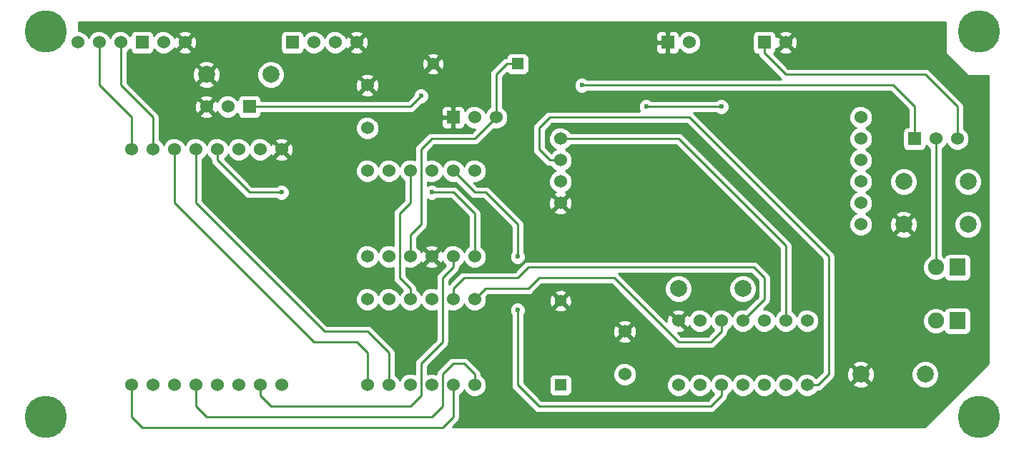
<source format=gbr>
G04 #@! TF.FileFunction,Copper,L2,Bot,Signal*
%FSLAX46Y46*%
G04 Gerber Fmt 4.6, Leading zero omitted, Abs format (unit mm)*
G04 Created by KiCad (PCBNEW 4.0.6) date Wednesday, 03 May 2017 'AMt' 11:52:44*
%MOMM*%
%LPD*%
G01*
G04 APERTURE LIST*
%ADD10C,0.100000*%
%ADD11C,1.524000*%
%ADD12R,1.524000X1.524000*%
%ADD13R,1.400000X1.400000*%
%ADD14C,1.400000*%
%ADD15R,1.900000X2.000000*%
%ADD16C,1.900000*%
%ADD17C,1.998980*%
%ADD18C,5.000000*%
%ADD19C,0.600000*%
%ADD20C,0.250000*%
%ADD21C,0.254000*%
G04 APERTURE END LIST*
D10*
D11*
X151130000Y-102870000D03*
X151130000Y-100330000D03*
X151130000Y-97790000D03*
X151130000Y-95250000D03*
X186690000Y-105410000D03*
X186690000Y-102870000D03*
X186690000Y-100330000D03*
X186690000Y-97790000D03*
X186690000Y-95250000D03*
X186690000Y-92710000D03*
D12*
X175260000Y-83820000D03*
D11*
X177800000Y-83820000D03*
D13*
X151130000Y-124460000D03*
D14*
X151130000Y-114460000D03*
D11*
X128270000Y-93980000D03*
X128270000Y-88900000D03*
D13*
X146050000Y-86360000D03*
D14*
X136050000Y-86360000D03*
D11*
X158750000Y-123190000D03*
X158750000Y-118110000D03*
D15*
X198120000Y-116840000D03*
D16*
X195580000Y-116840000D03*
D15*
X198120000Y-110490000D03*
D16*
X195580000Y-110490000D03*
D12*
X119380000Y-83820000D03*
D11*
X121920000Y-83820000D03*
X124460000Y-83820000D03*
X127000000Y-83820000D03*
X165100000Y-124460000D03*
X167640000Y-124460000D03*
X170180000Y-124460000D03*
X172720000Y-124460000D03*
X175260000Y-124460000D03*
X177800000Y-124460000D03*
X180340000Y-124460000D03*
X180340000Y-116840000D03*
X177800000Y-116840000D03*
X175260000Y-116840000D03*
X172720000Y-116840000D03*
X170180000Y-116840000D03*
X167640000Y-116840000D03*
X165100000Y-116840000D03*
D12*
X114300000Y-91440000D03*
D11*
X111760000Y-91440000D03*
X109220000Y-91440000D03*
X195580000Y-95250000D03*
X198120000Y-95250000D03*
D12*
X193040000Y-95250000D03*
D17*
X172720000Y-113030000D03*
X165100000Y-113030000D03*
X194310000Y-123190000D03*
X186690000Y-123190000D03*
X116840000Y-87630000D03*
X109220000Y-87630000D03*
X199390000Y-100330000D03*
X191770000Y-100330000D03*
X199390000Y-105410000D03*
X191770000Y-105410000D03*
D12*
X163830000Y-83820000D03*
D11*
X166370000Y-83820000D03*
D12*
X138430000Y-92710000D03*
D11*
X140970000Y-92710000D03*
X143510000Y-92710000D03*
X128270000Y-124460000D03*
X130810000Y-124460000D03*
X133350000Y-124460000D03*
X135890000Y-124460000D03*
X138430000Y-124460000D03*
X140970000Y-124460000D03*
X140970000Y-114300000D03*
X138430000Y-114300000D03*
X135890000Y-114300000D03*
X133350000Y-114300000D03*
X130810000Y-114300000D03*
X128270000Y-114300000D03*
X128270000Y-109220000D03*
X130810000Y-109220000D03*
X133350000Y-109220000D03*
X135890000Y-109220000D03*
X138430000Y-109220000D03*
X140970000Y-109220000D03*
X140970000Y-99060000D03*
X138430000Y-99060000D03*
X135890000Y-99060000D03*
X133350000Y-99060000D03*
X130810000Y-99060000D03*
X128270000Y-99060000D03*
X100330000Y-124460000D03*
X102870000Y-124460000D03*
X105410000Y-124460000D03*
X107950000Y-124460000D03*
X110490000Y-124460000D03*
X113030000Y-124460000D03*
X115570000Y-124460000D03*
X118110000Y-124460000D03*
X118110000Y-96520000D03*
X115570000Y-96520000D03*
X113030000Y-96520000D03*
X110490000Y-96520000D03*
X107950000Y-96520000D03*
X105410000Y-96520000D03*
X102870000Y-96520000D03*
X100330000Y-96520000D03*
X106680000Y-83820000D03*
X104140000Y-83820000D03*
D12*
X101600000Y-83820000D03*
D11*
X99060000Y-83820000D03*
X96520000Y-83820000D03*
X93980000Y-83820000D03*
D18*
X200660000Y-82550000D03*
X200660000Y-128270000D03*
X90170000Y-82550000D03*
X90170000Y-128270000D03*
D19*
X134620000Y-116840000D03*
X170180000Y-91440000D03*
X161290000Y-91440000D03*
X146050000Y-109220000D03*
X146050000Y-115570000D03*
X153670000Y-88900000D03*
X134620000Y-90170000D03*
X128270000Y-124460000D03*
X135890000Y-101600000D03*
X118110000Y-101600000D03*
D20*
X175260000Y-83820000D02*
X175260000Y-85090000D01*
X198120000Y-91440000D02*
X198120000Y-95250000D01*
X194310000Y-87630000D02*
X198120000Y-91440000D01*
X177800000Y-87630000D02*
X194310000Y-87630000D01*
X175260000Y-85090000D02*
X177800000Y-87630000D01*
X133350000Y-99060000D02*
X133350000Y-102870000D01*
X133350000Y-113030000D02*
X133350000Y-114300000D01*
X132080000Y-111760000D02*
X133350000Y-113030000D01*
X132080000Y-104140000D02*
X132080000Y-111760000D01*
X133350000Y-102870000D02*
X132080000Y-104140000D01*
X138430000Y-92710000D02*
X134620000Y-92710000D01*
X125730000Y-116840000D02*
X134620000Y-116840000D01*
X124460000Y-115570000D02*
X125730000Y-116840000D01*
X124460000Y-97790000D02*
X124460000Y-115570000D01*
X125730000Y-96520000D02*
X124460000Y-97790000D01*
X130810000Y-96520000D02*
X125730000Y-96520000D01*
X134620000Y-92710000D02*
X130810000Y-96520000D01*
X161290000Y-91440000D02*
X170180000Y-91440000D01*
X195580000Y-95250000D02*
X195580000Y-110490000D01*
X170180000Y-124460000D02*
X170180000Y-125730000D01*
X140970000Y-101600000D02*
X138430000Y-99060000D01*
X142240000Y-101600000D02*
X140970000Y-101600000D01*
X146050000Y-105410000D02*
X142240000Y-101600000D01*
X146050000Y-109220000D02*
X146050000Y-105410000D01*
X146050000Y-124460000D02*
X146050000Y-115570000D01*
X148590000Y-127000000D02*
X146050000Y-124460000D01*
X168910000Y-127000000D02*
X148590000Y-127000000D01*
X170180000Y-125730000D02*
X168910000Y-127000000D01*
X151130000Y-97790000D02*
X149860000Y-97790000D01*
X181610000Y-124460000D02*
X180340000Y-124460000D01*
X182880000Y-123190000D02*
X181610000Y-124460000D01*
X182880000Y-109220000D02*
X182880000Y-123190000D01*
X166370000Y-92710000D02*
X182880000Y-109220000D01*
X149860000Y-92710000D02*
X166370000Y-92710000D01*
X148590000Y-93980000D02*
X149860000Y-92710000D01*
X148590000Y-96520000D02*
X148590000Y-93980000D01*
X149860000Y-97790000D02*
X148590000Y-96520000D01*
X146050000Y-111760000D02*
X147320000Y-110490000D01*
X147320000Y-110490000D02*
X161290000Y-110490000D01*
X138430000Y-114300000D02*
X138430000Y-113030000D01*
X175260000Y-114300000D02*
X172720000Y-116840000D01*
X161290000Y-110490000D02*
X173990000Y-110490000D01*
X173990000Y-110490000D02*
X175260000Y-111760000D01*
X175260000Y-111760000D02*
X175260000Y-114300000D01*
X139700000Y-111760000D02*
X146050000Y-111760000D01*
X138430000Y-113030000D02*
X139700000Y-111760000D01*
X140970000Y-114300000D02*
X142240000Y-113030000D01*
X170180000Y-118110000D02*
X170180000Y-116840000D01*
X168910000Y-119380000D02*
X170180000Y-118110000D01*
X165100000Y-119380000D02*
X168910000Y-119380000D01*
X157480000Y-111760000D02*
X165100000Y-119380000D01*
X148590000Y-111760000D02*
X157480000Y-111760000D01*
X147320000Y-113030000D02*
X148590000Y-111760000D01*
X142240000Y-113030000D02*
X147320000Y-113030000D01*
X114300000Y-91440000D02*
X133350000Y-91440000D01*
X193040000Y-91440000D02*
X193040000Y-95250000D01*
X190500000Y-88900000D02*
X193040000Y-91440000D01*
X153670000Y-88900000D02*
X190500000Y-88900000D01*
X133350000Y-91440000D02*
X134620000Y-90170000D01*
X99060000Y-88900000D02*
X99060000Y-83820000D01*
X102870000Y-92710000D02*
X102870000Y-96520000D01*
X99060000Y-88900000D02*
X102870000Y-92710000D01*
X96520000Y-88900000D02*
X96520000Y-83820000D01*
X100330000Y-92710000D02*
X100330000Y-96520000D01*
X96520000Y-88900000D02*
X100330000Y-92710000D01*
X151130000Y-95250000D02*
X165100000Y-95250000D01*
X177800000Y-107950000D02*
X177800000Y-116840000D01*
X165100000Y-95250000D02*
X177800000Y-107950000D01*
X128270000Y-124460000D02*
X128270000Y-120650000D01*
X105410000Y-102870000D02*
X105410000Y-96520000D01*
X121920000Y-119380000D02*
X105410000Y-102870000D01*
X127000000Y-119380000D02*
X121920000Y-119380000D01*
X128270000Y-120650000D02*
X127000000Y-119380000D01*
X130810000Y-124460000D02*
X130810000Y-120650000D01*
X107950000Y-102870000D02*
X107950000Y-96520000D01*
X123190000Y-118110000D02*
X107950000Y-102870000D01*
X128270000Y-118110000D02*
X123190000Y-118110000D01*
X130810000Y-120650000D02*
X128270000Y-118110000D01*
X138430000Y-124460000D02*
X138430000Y-128270000D01*
X100330000Y-128270000D02*
X100330000Y-124460000D01*
X101600000Y-129540000D02*
X100330000Y-128270000D01*
X137160000Y-129540000D02*
X101600000Y-129540000D01*
X138430000Y-128270000D02*
X137160000Y-129540000D01*
X140970000Y-124460000D02*
X140970000Y-123190000D01*
X107950000Y-127000000D02*
X107950000Y-124460000D01*
X109220000Y-128270000D02*
X107950000Y-127000000D01*
X135890000Y-128270000D02*
X109220000Y-128270000D01*
X137160000Y-127000000D02*
X135890000Y-128270000D01*
X137160000Y-123190000D02*
X137160000Y-127000000D01*
X138430000Y-121920000D02*
X137160000Y-123190000D01*
X139700000Y-121920000D02*
X138430000Y-121920000D01*
X140970000Y-123190000D02*
X139700000Y-121920000D01*
X115570000Y-124460000D02*
X115570000Y-125730000D01*
X138430000Y-110490000D02*
X138430000Y-109220000D01*
X137160000Y-111760000D02*
X138430000Y-110490000D01*
X137160000Y-119380000D02*
X137160000Y-111760000D01*
X134620000Y-121920000D02*
X137160000Y-119380000D01*
X134620000Y-125730000D02*
X134620000Y-121920000D01*
X133350000Y-127000000D02*
X134620000Y-125730000D01*
X116840000Y-127000000D02*
X133350000Y-127000000D01*
X115570000Y-125730000D02*
X116840000Y-127000000D01*
X110490000Y-96520000D02*
X110490000Y-97790000D01*
X140970000Y-104140000D02*
X140970000Y-109220000D01*
X138430000Y-101600000D02*
X140970000Y-104140000D01*
X135890000Y-101600000D02*
X138430000Y-101600000D01*
X114300000Y-101600000D02*
X118110000Y-101600000D01*
X110490000Y-97790000D02*
X114300000Y-101600000D01*
X146050000Y-86360000D02*
X144780000Y-86360000D01*
X143510000Y-87630000D02*
X143510000Y-92710000D01*
X144780000Y-86360000D02*
X143510000Y-87630000D01*
X143510000Y-92710000D02*
X140970000Y-95250000D01*
X133350000Y-106680000D02*
X133350000Y-109220000D01*
X134620000Y-105410000D02*
X133350000Y-106680000D01*
X134620000Y-96520000D02*
X134620000Y-105410000D01*
X135890000Y-95250000D02*
X134620000Y-96520000D01*
X140970000Y-95250000D02*
X135890000Y-95250000D01*
D21*
G36*
X196723000Y-85090000D02*
X196733006Y-85139410D01*
X196760197Y-85179803D01*
X199300197Y-87719803D01*
X199342211Y-87747666D01*
X199390000Y-87757000D01*
X201803000Y-87757000D01*
X201803000Y-121867394D01*
X194257394Y-129413000D01*
X138361802Y-129413000D01*
X138967401Y-128807401D01*
X139132148Y-128560840D01*
X139190000Y-128270000D01*
X139190000Y-125657531D01*
X139220303Y-125645010D01*
X139613629Y-125252370D01*
X139699949Y-125044488D01*
X139784990Y-125250303D01*
X140177630Y-125643629D01*
X140690900Y-125856757D01*
X141246661Y-125857242D01*
X141760303Y-125645010D01*
X142153629Y-125252370D01*
X142366757Y-124739100D01*
X142367242Y-124183339D01*
X142155010Y-123669697D01*
X141762370Y-123276371D01*
X141730000Y-123262930D01*
X141730000Y-123190000D01*
X141672148Y-122899160D01*
X141507401Y-122652599D01*
X140237401Y-121382599D01*
X139990839Y-121217852D01*
X139700000Y-121160000D01*
X138430000Y-121160000D01*
X138139160Y-121217852D01*
X137892599Y-121382599D01*
X136622599Y-122652599D01*
X136457852Y-122899161D01*
X136405812Y-123160780D01*
X136097698Y-123050856D01*
X135542632Y-123078638D01*
X135380000Y-123146002D01*
X135380000Y-122234802D01*
X137697401Y-119917401D01*
X137862148Y-119670840D01*
X137892322Y-119519144D01*
X137920000Y-119380000D01*
X137920000Y-115600879D01*
X138150900Y-115696757D01*
X138706661Y-115697242D01*
X139220303Y-115485010D01*
X139613629Y-115092370D01*
X139699949Y-114884488D01*
X139784990Y-115090303D01*
X140177630Y-115483629D01*
X140690900Y-115696757D01*
X141246661Y-115697242D01*
X141760303Y-115485010D01*
X142153629Y-115092370D01*
X142366757Y-114579100D01*
X142367029Y-114267122D01*
X149782581Y-114267122D01*
X149811336Y-114797440D01*
X149958958Y-115153831D01*
X150194725Y-115215669D01*
X150950395Y-114460000D01*
X151309605Y-114460000D01*
X152065275Y-115215669D01*
X152301042Y-115153831D01*
X152477419Y-114652878D01*
X152448664Y-114122560D01*
X152301042Y-113766169D01*
X152065275Y-113704331D01*
X151309605Y-114460000D01*
X150950395Y-114460000D01*
X150194725Y-113704331D01*
X149958958Y-113766169D01*
X149782581Y-114267122D01*
X142367029Y-114267122D01*
X142367242Y-114023339D01*
X142353857Y-113990945D01*
X142554802Y-113790000D01*
X147320000Y-113790000D01*
X147610839Y-113732148D01*
X147857401Y-113567401D01*
X147900077Y-113524725D01*
X150374331Y-113524725D01*
X151130000Y-114280395D01*
X151885669Y-113524725D01*
X151823831Y-113288958D01*
X151322878Y-113112581D01*
X150792560Y-113141336D01*
X150436169Y-113288958D01*
X150374331Y-113524725D01*
X147900077Y-113524725D01*
X148904802Y-112520000D01*
X157165198Y-112520000D01*
X164562599Y-119917401D01*
X164809160Y-120082148D01*
X165100000Y-120140000D01*
X168910000Y-120140000D01*
X169200839Y-120082148D01*
X169447401Y-119917401D01*
X170717401Y-118647401D01*
X170882148Y-118400840D01*
X170940000Y-118110000D01*
X170940000Y-118037531D01*
X170970303Y-118025010D01*
X171363629Y-117632370D01*
X171449949Y-117424488D01*
X171534990Y-117630303D01*
X171927630Y-118023629D01*
X172440900Y-118236757D01*
X172996661Y-118237242D01*
X173510303Y-118025010D01*
X173903629Y-117632370D01*
X173989949Y-117424488D01*
X174074990Y-117630303D01*
X174467630Y-118023629D01*
X174980900Y-118236757D01*
X175536661Y-118237242D01*
X176050303Y-118025010D01*
X176443629Y-117632370D01*
X176529949Y-117424488D01*
X176614990Y-117630303D01*
X177007630Y-118023629D01*
X177520900Y-118236757D01*
X178076661Y-118237242D01*
X178590303Y-118025010D01*
X178983629Y-117632370D01*
X179069949Y-117424488D01*
X179154990Y-117630303D01*
X179547630Y-118023629D01*
X180060900Y-118236757D01*
X180616661Y-118237242D01*
X181130303Y-118025010D01*
X181523629Y-117632370D01*
X181736757Y-117119100D01*
X181737242Y-116563339D01*
X181525010Y-116049697D01*
X181132370Y-115656371D01*
X180619100Y-115443243D01*
X180063339Y-115442758D01*
X179549697Y-115654990D01*
X179156371Y-116047630D01*
X179070051Y-116255512D01*
X178985010Y-116049697D01*
X178592370Y-115656371D01*
X178560000Y-115642930D01*
X178560000Y-107950000D01*
X178502148Y-107659161D01*
X178502148Y-107659160D01*
X178337401Y-107412599D01*
X165637401Y-94712599D01*
X165390839Y-94547852D01*
X165100000Y-94490000D01*
X152327531Y-94490000D01*
X152315010Y-94459697D01*
X151922370Y-94066371D01*
X151409100Y-93853243D01*
X150853339Y-93852758D01*
X150339697Y-94064990D01*
X149946371Y-94457630D01*
X149733243Y-94970900D01*
X149732758Y-95526661D01*
X149944990Y-96040303D01*
X150337630Y-96433629D01*
X150545512Y-96519949D01*
X150339697Y-96604990D01*
X150044487Y-96899685D01*
X149350000Y-96205198D01*
X149350000Y-94294802D01*
X150174802Y-93470000D01*
X166055198Y-93470000D01*
X182120000Y-109534802D01*
X182120000Y-122875198D01*
X181425343Y-123569855D01*
X181132370Y-123276371D01*
X180619100Y-123063243D01*
X180063339Y-123062758D01*
X179549697Y-123274990D01*
X179156371Y-123667630D01*
X179070051Y-123875512D01*
X178985010Y-123669697D01*
X178592370Y-123276371D01*
X178079100Y-123063243D01*
X177523339Y-123062758D01*
X177009697Y-123274990D01*
X176616371Y-123667630D01*
X176530051Y-123875512D01*
X176445010Y-123669697D01*
X176052370Y-123276371D01*
X175539100Y-123063243D01*
X174983339Y-123062758D01*
X174469697Y-123274990D01*
X174076371Y-123667630D01*
X173990051Y-123875512D01*
X173905010Y-123669697D01*
X173512370Y-123276371D01*
X172999100Y-123063243D01*
X172443339Y-123062758D01*
X171929697Y-123274990D01*
X171536371Y-123667630D01*
X171450051Y-123875512D01*
X171365010Y-123669697D01*
X170972370Y-123276371D01*
X170459100Y-123063243D01*
X169903339Y-123062758D01*
X169389697Y-123274990D01*
X168996371Y-123667630D01*
X168910051Y-123875512D01*
X168825010Y-123669697D01*
X168432370Y-123276371D01*
X167919100Y-123063243D01*
X167363339Y-123062758D01*
X166849697Y-123274990D01*
X166456371Y-123667630D01*
X166370051Y-123875512D01*
X166285010Y-123669697D01*
X165892370Y-123276371D01*
X165379100Y-123063243D01*
X164823339Y-123062758D01*
X164309697Y-123274990D01*
X163916371Y-123667630D01*
X163703243Y-124180900D01*
X163702758Y-124736661D01*
X163914990Y-125250303D01*
X164307630Y-125643629D01*
X164820900Y-125856757D01*
X165376661Y-125857242D01*
X165890303Y-125645010D01*
X166283629Y-125252370D01*
X166369949Y-125044488D01*
X166454990Y-125250303D01*
X166847630Y-125643629D01*
X167360900Y-125856757D01*
X167916661Y-125857242D01*
X168430303Y-125645010D01*
X168823629Y-125252370D01*
X168909949Y-125044488D01*
X168994990Y-125250303D01*
X169289685Y-125545513D01*
X168595198Y-126240000D01*
X148904802Y-126240000D01*
X146810000Y-124145198D01*
X146810000Y-123760000D01*
X149782560Y-123760000D01*
X149782560Y-125160000D01*
X149826838Y-125395317D01*
X149965910Y-125611441D01*
X150178110Y-125756431D01*
X150430000Y-125807440D01*
X151830000Y-125807440D01*
X152065317Y-125763162D01*
X152281441Y-125624090D01*
X152426431Y-125411890D01*
X152477440Y-125160000D01*
X152477440Y-123760000D01*
X152433162Y-123524683D01*
X152395826Y-123466661D01*
X157352758Y-123466661D01*
X157564990Y-123980303D01*
X157957630Y-124373629D01*
X158470900Y-124586757D01*
X159026661Y-124587242D01*
X159540303Y-124375010D01*
X159933629Y-123982370D01*
X160146757Y-123469100D01*
X160147242Y-122913339D01*
X159935010Y-122399697D01*
X159542370Y-122006371D01*
X159029100Y-121793243D01*
X158473339Y-121792758D01*
X157959697Y-122004990D01*
X157566371Y-122397630D01*
X157353243Y-122910900D01*
X157352758Y-123466661D01*
X152395826Y-123466661D01*
X152294090Y-123308559D01*
X152081890Y-123163569D01*
X151830000Y-123112560D01*
X150430000Y-123112560D01*
X150194683Y-123156838D01*
X149978559Y-123295910D01*
X149833569Y-123508110D01*
X149782560Y-123760000D01*
X146810000Y-123760000D01*
X146810000Y-119090213D01*
X157949392Y-119090213D01*
X158018857Y-119332397D01*
X158542302Y-119519144D01*
X159097368Y-119491362D01*
X159481143Y-119332397D01*
X159550608Y-119090213D01*
X158750000Y-118289605D01*
X157949392Y-119090213D01*
X146810000Y-119090213D01*
X146810000Y-117902302D01*
X157340856Y-117902302D01*
X157368638Y-118457368D01*
X157527603Y-118841143D01*
X157769787Y-118910608D01*
X158570395Y-118110000D01*
X158929605Y-118110000D01*
X159730213Y-118910608D01*
X159972397Y-118841143D01*
X160159144Y-118317698D01*
X160131362Y-117762632D01*
X159972397Y-117378857D01*
X159730213Y-117309392D01*
X158929605Y-118110000D01*
X158570395Y-118110000D01*
X157769787Y-117309392D01*
X157527603Y-117378857D01*
X157340856Y-117902302D01*
X146810000Y-117902302D01*
X146810000Y-117129787D01*
X157949392Y-117129787D01*
X158750000Y-117930395D01*
X159550608Y-117129787D01*
X159481143Y-116887603D01*
X158957698Y-116700856D01*
X158402632Y-116728638D01*
X158018857Y-116887603D01*
X157949392Y-117129787D01*
X146810000Y-117129787D01*
X146810000Y-116132463D01*
X146842192Y-116100327D01*
X146984838Y-115756799D01*
X146985152Y-115395275D01*
X150374331Y-115395275D01*
X150436169Y-115631042D01*
X150937122Y-115807419D01*
X151467440Y-115778664D01*
X151823831Y-115631042D01*
X151885669Y-115395275D01*
X151130000Y-114639605D01*
X150374331Y-115395275D01*
X146985152Y-115395275D01*
X146985162Y-115384833D01*
X146843117Y-115041057D01*
X146580327Y-114777808D01*
X146236799Y-114635162D01*
X145864833Y-114634838D01*
X145521057Y-114776883D01*
X145257808Y-115039673D01*
X145115162Y-115383201D01*
X145114838Y-115755167D01*
X145256883Y-116098943D01*
X145290000Y-116132118D01*
X145290000Y-124460000D01*
X145347852Y-124750839D01*
X145512599Y-124997401D01*
X148052599Y-127537401D01*
X148299160Y-127702148D01*
X148347414Y-127711746D01*
X148590000Y-127760000D01*
X168910000Y-127760000D01*
X169200839Y-127702148D01*
X169447401Y-127537401D01*
X170717401Y-126267401D01*
X170882148Y-126020840D01*
X170940000Y-125730000D01*
X170940000Y-125657531D01*
X170970303Y-125645010D01*
X171363629Y-125252370D01*
X171449949Y-125044488D01*
X171534990Y-125250303D01*
X171927630Y-125643629D01*
X172440900Y-125856757D01*
X172996661Y-125857242D01*
X173510303Y-125645010D01*
X173903629Y-125252370D01*
X173989949Y-125044488D01*
X174074990Y-125250303D01*
X174467630Y-125643629D01*
X174980900Y-125856757D01*
X175536661Y-125857242D01*
X176050303Y-125645010D01*
X176443629Y-125252370D01*
X176529949Y-125044488D01*
X176614990Y-125250303D01*
X177007630Y-125643629D01*
X177520900Y-125856757D01*
X178076661Y-125857242D01*
X178590303Y-125645010D01*
X178983629Y-125252370D01*
X179069949Y-125044488D01*
X179154990Y-125250303D01*
X179547630Y-125643629D01*
X180060900Y-125856757D01*
X180616661Y-125857242D01*
X181130303Y-125645010D01*
X181523629Y-125252370D01*
X181537070Y-125220000D01*
X181610000Y-125220000D01*
X181900839Y-125162148D01*
X182147401Y-124997401D01*
X182802639Y-124342163D01*
X185717443Y-124342163D01*
X185816042Y-124608965D01*
X186425582Y-124835401D01*
X187075377Y-124811341D01*
X187563958Y-124608965D01*
X187662557Y-124342163D01*
X186690000Y-123369605D01*
X185717443Y-124342163D01*
X182802639Y-124342163D01*
X183417401Y-123727401D01*
X183582148Y-123480840D01*
X183640000Y-123190000D01*
X183640000Y-122925582D01*
X185044599Y-122925582D01*
X185068659Y-123575377D01*
X185271035Y-124063958D01*
X185537837Y-124162557D01*
X186510395Y-123190000D01*
X186869605Y-123190000D01*
X187842163Y-124162557D01*
X188108965Y-124063958D01*
X188313380Y-123513694D01*
X192675226Y-123513694D01*
X192923538Y-124114655D01*
X193382927Y-124574846D01*
X193983453Y-124824206D01*
X194633694Y-124824774D01*
X195234655Y-124576462D01*
X195694846Y-124117073D01*
X195944206Y-123516547D01*
X195944774Y-122866306D01*
X195696462Y-122265345D01*
X195237073Y-121805154D01*
X194636547Y-121555794D01*
X193986306Y-121555226D01*
X193385345Y-121803538D01*
X192925154Y-122262927D01*
X192675794Y-122863453D01*
X192675226Y-123513694D01*
X188313380Y-123513694D01*
X188335401Y-123454418D01*
X188311341Y-122804623D01*
X188108965Y-122316042D01*
X187842163Y-122217443D01*
X186869605Y-123190000D01*
X186510395Y-123190000D01*
X185537837Y-122217443D01*
X185271035Y-122316042D01*
X185044599Y-122925582D01*
X183640000Y-122925582D01*
X183640000Y-122037837D01*
X185717443Y-122037837D01*
X186690000Y-123010395D01*
X187662557Y-122037837D01*
X187563958Y-121771035D01*
X186954418Y-121544599D01*
X186304623Y-121568659D01*
X185816042Y-121771035D01*
X185717443Y-122037837D01*
X183640000Y-122037837D01*
X183640000Y-117153893D01*
X193994725Y-117153893D01*
X194235519Y-117736657D01*
X194680997Y-118182914D01*
X195263341Y-118424724D01*
X195893893Y-118425275D01*
X196476657Y-118184481D01*
X196574337Y-118086971D01*
X196705910Y-118291441D01*
X196918110Y-118436431D01*
X197170000Y-118487440D01*
X199070000Y-118487440D01*
X199305317Y-118443162D01*
X199521441Y-118304090D01*
X199666431Y-118091890D01*
X199717440Y-117840000D01*
X199717440Y-115840000D01*
X199673162Y-115604683D01*
X199534090Y-115388559D01*
X199321890Y-115243569D01*
X199070000Y-115192560D01*
X197170000Y-115192560D01*
X196934683Y-115236838D01*
X196718559Y-115375910D01*
X196573569Y-115588110D01*
X196572945Y-115591192D01*
X196479003Y-115497086D01*
X195896659Y-115255276D01*
X195266107Y-115254725D01*
X194683343Y-115495519D01*
X194237086Y-115940997D01*
X193995276Y-116523341D01*
X193994725Y-117153893D01*
X183640000Y-117153893D01*
X183640000Y-109220000D01*
X183582148Y-108929161D01*
X183417401Y-108682599D01*
X167721463Y-92986661D01*
X185292758Y-92986661D01*
X185504990Y-93500303D01*
X185897630Y-93893629D01*
X186105512Y-93979949D01*
X185899697Y-94064990D01*
X185506371Y-94457630D01*
X185293243Y-94970900D01*
X185292758Y-95526661D01*
X185504990Y-96040303D01*
X185897630Y-96433629D01*
X186105512Y-96519949D01*
X185899697Y-96604990D01*
X185506371Y-96997630D01*
X185293243Y-97510900D01*
X185292758Y-98066661D01*
X185504990Y-98580303D01*
X185897630Y-98973629D01*
X186105512Y-99059949D01*
X185899697Y-99144990D01*
X185506371Y-99537630D01*
X185293243Y-100050900D01*
X185292758Y-100606661D01*
X185504990Y-101120303D01*
X185897630Y-101513629D01*
X186105512Y-101599949D01*
X185899697Y-101684990D01*
X185506371Y-102077630D01*
X185293243Y-102590900D01*
X185292758Y-103146661D01*
X185504990Y-103660303D01*
X185897630Y-104053629D01*
X186105512Y-104139949D01*
X185899697Y-104224990D01*
X185506371Y-104617630D01*
X185293243Y-105130900D01*
X185292758Y-105686661D01*
X185504990Y-106200303D01*
X185897630Y-106593629D01*
X186410900Y-106806757D01*
X186966661Y-106807242D01*
X187480303Y-106595010D01*
X187513207Y-106562163D01*
X190797443Y-106562163D01*
X190896042Y-106828965D01*
X191505582Y-107055401D01*
X192155377Y-107031341D01*
X192643958Y-106828965D01*
X192742557Y-106562163D01*
X191770000Y-105589605D01*
X190797443Y-106562163D01*
X187513207Y-106562163D01*
X187873629Y-106202370D01*
X188086757Y-105689100D01*
X188087231Y-105145582D01*
X190124599Y-105145582D01*
X190148659Y-105795377D01*
X190351035Y-106283958D01*
X190617837Y-106382557D01*
X191590395Y-105410000D01*
X191949605Y-105410000D01*
X192922163Y-106382557D01*
X193188965Y-106283958D01*
X193415401Y-105674418D01*
X193391341Y-105024623D01*
X193188965Y-104536042D01*
X192922163Y-104437443D01*
X191949605Y-105410000D01*
X191590395Y-105410000D01*
X190617837Y-104437443D01*
X190351035Y-104536042D01*
X190124599Y-105145582D01*
X188087231Y-105145582D01*
X188087242Y-105133339D01*
X187875010Y-104619697D01*
X187513782Y-104257837D01*
X190797443Y-104257837D01*
X191770000Y-105230395D01*
X192742557Y-104257837D01*
X192643958Y-103991035D01*
X192034418Y-103764599D01*
X191384623Y-103788659D01*
X190896042Y-103991035D01*
X190797443Y-104257837D01*
X187513782Y-104257837D01*
X187482370Y-104226371D01*
X187274488Y-104140051D01*
X187480303Y-104055010D01*
X187873629Y-103662370D01*
X188086757Y-103149100D01*
X188087242Y-102593339D01*
X187875010Y-102079697D01*
X187482370Y-101686371D01*
X187274488Y-101600051D01*
X187480303Y-101515010D01*
X187873629Y-101122370D01*
X188068239Y-100653694D01*
X190135226Y-100653694D01*
X190383538Y-101254655D01*
X190842927Y-101714846D01*
X191443453Y-101964206D01*
X192093694Y-101964774D01*
X192694655Y-101716462D01*
X193154846Y-101257073D01*
X193404206Y-100656547D01*
X193404774Y-100006306D01*
X193156462Y-99405345D01*
X192697073Y-98945154D01*
X192096547Y-98695794D01*
X191446306Y-98695226D01*
X190845345Y-98943538D01*
X190385154Y-99402927D01*
X190135794Y-100003453D01*
X190135226Y-100653694D01*
X188068239Y-100653694D01*
X188086757Y-100609100D01*
X188087242Y-100053339D01*
X187875010Y-99539697D01*
X187482370Y-99146371D01*
X187274488Y-99060051D01*
X187480303Y-98975010D01*
X187873629Y-98582370D01*
X188086757Y-98069100D01*
X188087242Y-97513339D01*
X187875010Y-96999697D01*
X187482370Y-96606371D01*
X187274488Y-96520051D01*
X187480303Y-96435010D01*
X187873629Y-96042370D01*
X188086757Y-95529100D01*
X188087242Y-94973339D01*
X187875010Y-94459697D01*
X187482370Y-94066371D01*
X187274488Y-93980051D01*
X187480303Y-93895010D01*
X187873629Y-93502370D01*
X188086757Y-92989100D01*
X188087242Y-92433339D01*
X187875010Y-91919697D01*
X187482370Y-91526371D01*
X186969100Y-91313243D01*
X186413339Y-91312758D01*
X185899697Y-91524990D01*
X185506371Y-91917630D01*
X185293243Y-92430900D01*
X185292758Y-92986661D01*
X167721463Y-92986661D01*
X166934802Y-92200000D01*
X169617537Y-92200000D01*
X169649673Y-92232192D01*
X169993201Y-92374838D01*
X170365167Y-92375162D01*
X170708943Y-92233117D01*
X170972192Y-91970327D01*
X171114838Y-91626799D01*
X171115162Y-91254833D01*
X170973117Y-90911057D01*
X170710327Y-90647808D01*
X170366799Y-90505162D01*
X169994833Y-90504838D01*
X169651057Y-90646883D01*
X169617882Y-90680000D01*
X161852463Y-90680000D01*
X161820327Y-90647808D01*
X161476799Y-90505162D01*
X161104833Y-90504838D01*
X160761057Y-90646883D01*
X160497808Y-90909673D01*
X160355162Y-91253201D01*
X160354838Y-91625167D01*
X160489056Y-91950000D01*
X149860000Y-91950000D01*
X149569160Y-92007852D01*
X149322599Y-92172599D01*
X148052599Y-93442599D01*
X147887852Y-93689161D01*
X147830000Y-93980000D01*
X147830000Y-96520000D01*
X147887852Y-96810839D01*
X148052599Y-97057401D01*
X149322599Y-98327401D01*
X149569160Y-98492148D01*
X149860000Y-98550000D01*
X149932469Y-98550000D01*
X149944990Y-98580303D01*
X150337630Y-98973629D01*
X150545512Y-99059949D01*
X150339697Y-99144990D01*
X149946371Y-99537630D01*
X149733243Y-100050900D01*
X149732758Y-100606661D01*
X149944990Y-101120303D01*
X150337630Y-101513629D01*
X150529727Y-101593395D01*
X150398857Y-101647603D01*
X150329392Y-101889787D01*
X151130000Y-102690395D01*
X151930608Y-101889787D01*
X151861143Y-101647603D01*
X151720682Y-101597491D01*
X151920303Y-101515010D01*
X152313629Y-101122370D01*
X152526757Y-100609100D01*
X152527242Y-100053339D01*
X152315010Y-99539697D01*
X151922370Y-99146371D01*
X151714488Y-99060051D01*
X151920303Y-98975010D01*
X152313629Y-98582370D01*
X152526757Y-98069100D01*
X152527242Y-97513339D01*
X152315010Y-96999697D01*
X151922370Y-96606371D01*
X151714488Y-96520051D01*
X151920303Y-96435010D01*
X152313629Y-96042370D01*
X152327070Y-96010000D01*
X164785198Y-96010000D01*
X177040000Y-108264802D01*
X177040000Y-115642469D01*
X177009697Y-115654990D01*
X176616371Y-116047630D01*
X176530051Y-116255512D01*
X176445010Y-116049697D01*
X176052370Y-115656371D01*
X175539100Y-115443243D01*
X175191862Y-115442940D01*
X175797401Y-114837401D01*
X175962148Y-114590840D01*
X175971746Y-114542586D01*
X176020000Y-114300000D01*
X176020000Y-111760000D01*
X175962148Y-111469161D01*
X175962148Y-111469160D01*
X175797401Y-111222599D01*
X174527401Y-109952599D01*
X174280839Y-109787852D01*
X173990000Y-109730000D01*
X147320000Y-109730000D01*
X147029160Y-109787852D01*
X146782599Y-109952599D01*
X145735198Y-111000000D01*
X139700000Y-111000000D01*
X139409160Y-111057852D01*
X139162599Y-111222599D01*
X137920000Y-112465198D01*
X137920000Y-112074802D01*
X138967401Y-111027401D01*
X139132148Y-110780840D01*
X139190000Y-110490000D01*
X139190000Y-110417531D01*
X139220303Y-110405010D01*
X139613629Y-110012370D01*
X139699949Y-109804488D01*
X139784990Y-110010303D01*
X140177630Y-110403629D01*
X140690900Y-110616757D01*
X141246661Y-110617242D01*
X141760303Y-110405010D01*
X142153629Y-110012370D01*
X142366757Y-109499100D01*
X142367242Y-108943339D01*
X142155010Y-108429697D01*
X141762370Y-108036371D01*
X141730000Y-108022930D01*
X141730000Y-104140000D01*
X141672148Y-103849161D01*
X141672148Y-103849160D01*
X141507401Y-103602599D01*
X138967401Y-101062599D01*
X138720839Y-100897852D01*
X138430000Y-100840000D01*
X136452463Y-100840000D01*
X136420327Y-100807808D01*
X136076799Y-100665162D01*
X135704833Y-100664838D01*
X135380000Y-100799056D01*
X135380000Y-100360879D01*
X135610900Y-100456757D01*
X136166661Y-100457242D01*
X136680303Y-100245010D01*
X137073629Y-99852370D01*
X137159949Y-99644488D01*
X137244990Y-99850303D01*
X137637630Y-100243629D01*
X138150900Y-100456757D01*
X138706661Y-100457242D01*
X138739055Y-100443857D01*
X140432599Y-102137401D01*
X140679160Y-102302148D01*
X140727414Y-102311746D01*
X140970000Y-102360000D01*
X141925198Y-102360000D01*
X145290000Y-105724802D01*
X145290000Y-108657537D01*
X145257808Y-108689673D01*
X145115162Y-109033201D01*
X145114838Y-109405167D01*
X145256883Y-109748943D01*
X145519673Y-110012192D01*
X145863201Y-110154838D01*
X146235167Y-110155162D01*
X146578943Y-110013117D01*
X146842192Y-109750327D01*
X146984838Y-109406799D01*
X146985162Y-109034833D01*
X146843117Y-108691057D01*
X146810000Y-108657882D01*
X146810000Y-105410000D01*
X146752148Y-105119161D01*
X146587401Y-104872599D01*
X145565015Y-103850213D01*
X150329392Y-103850213D01*
X150398857Y-104092397D01*
X150922302Y-104279144D01*
X151477368Y-104251362D01*
X151861143Y-104092397D01*
X151930608Y-103850213D01*
X151130000Y-103049605D01*
X150329392Y-103850213D01*
X145565015Y-103850213D01*
X144377104Y-102662302D01*
X149720856Y-102662302D01*
X149748638Y-103217368D01*
X149907603Y-103601143D01*
X150149787Y-103670608D01*
X150950395Y-102870000D01*
X151309605Y-102870000D01*
X152110213Y-103670608D01*
X152352397Y-103601143D01*
X152539144Y-103077698D01*
X152511362Y-102522632D01*
X152352397Y-102138857D01*
X152110213Y-102069392D01*
X151309605Y-102870000D01*
X150950395Y-102870000D01*
X150149787Y-102069392D01*
X149907603Y-102138857D01*
X149720856Y-102662302D01*
X144377104Y-102662302D01*
X142777401Y-101062599D01*
X142530839Y-100897852D01*
X142240000Y-100840000D01*
X141284802Y-100840000D01*
X140901743Y-100456941D01*
X141246661Y-100457242D01*
X141760303Y-100245010D01*
X142153629Y-99852370D01*
X142366757Y-99339100D01*
X142367242Y-98783339D01*
X142155010Y-98269697D01*
X141762370Y-97876371D01*
X141249100Y-97663243D01*
X140693339Y-97662758D01*
X140179697Y-97874990D01*
X139786371Y-98267630D01*
X139700051Y-98475512D01*
X139615010Y-98269697D01*
X139222370Y-97876371D01*
X138709100Y-97663243D01*
X138153339Y-97662758D01*
X137639697Y-97874990D01*
X137246371Y-98267630D01*
X137160051Y-98475512D01*
X137075010Y-98269697D01*
X136682370Y-97876371D01*
X136169100Y-97663243D01*
X135613339Y-97662758D01*
X135380000Y-97759171D01*
X135380000Y-96834802D01*
X136204802Y-96010000D01*
X140970000Y-96010000D01*
X141260839Y-95952148D01*
X141507401Y-95787401D01*
X143200619Y-94094183D01*
X143230900Y-94106757D01*
X143786661Y-94107242D01*
X144300303Y-93895010D01*
X144693629Y-93502370D01*
X144906757Y-92989100D01*
X144907242Y-92433339D01*
X144695010Y-91919697D01*
X144302370Y-91526371D01*
X144270000Y-91512930D01*
X144270000Y-89085167D01*
X152734838Y-89085167D01*
X152876883Y-89428943D01*
X153139673Y-89692192D01*
X153483201Y-89834838D01*
X153855167Y-89835162D01*
X154198943Y-89693117D01*
X154232118Y-89660000D01*
X190185198Y-89660000D01*
X192280000Y-91754802D01*
X192280000Y-93840560D01*
X192278000Y-93840560D01*
X192042683Y-93884838D01*
X191826559Y-94023910D01*
X191681569Y-94236110D01*
X191630560Y-94488000D01*
X191630560Y-96012000D01*
X191674838Y-96247317D01*
X191813910Y-96463441D01*
X192026110Y-96608431D01*
X192278000Y-96659440D01*
X193802000Y-96659440D01*
X194037317Y-96615162D01*
X194253441Y-96476090D01*
X194398431Y-96263890D01*
X194435492Y-96080876D01*
X194787630Y-96433629D01*
X194820000Y-96447070D01*
X194820000Y-109089053D01*
X194683343Y-109145519D01*
X194237086Y-109590997D01*
X193995276Y-110173341D01*
X193994725Y-110803893D01*
X194235519Y-111386657D01*
X194680997Y-111832914D01*
X195263341Y-112074724D01*
X195893893Y-112075275D01*
X196476657Y-111834481D01*
X196574337Y-111736971D01*
X196705910Y-111941441D01*
X196918110Y-112086431D01*
X197170000Y-112137440D01*
X199070000Y-112137440D01*
X199305317Y-112093162D01*
X199521441Y-111954090D01*
X199666431Y-111741890D01*
X199717440Y-111490000D01*
X199717440Y-109490000D01*
X199673162Y-109254683D01*
X199534090Y-109038559D01*
X199321890Y-108893569D01*
X199070000Y-108842560D01*
X197170000Y-108842560D01*
X196934683Y-108886838D01*
X196718559Y-109025910D01*
X196573569Y-109238110D01*
X196572945Y-109241192D01*
X196479003Y-109147086D01*
X196340000Y-109089367D01*
X196340000Y-105733694D01*
X197755226Y-105733694D01*
X198003538Y-106334655D01*
X198462927Y-106794846D01*
X199063453Y-107044206D01*
X199713694Y-107044774D01*
X200314655Y-106796462D01*
X200774846Y-106337073D01*
X201024206Y-105736547D01*
X201024774Y-105086306D01*
X200776462Y-104485345D01*
X200317073Y-104025154D01*
X199716547Y-103775794D01*
X199066306Y-103775226D01*
X198465345Y-104023538D01*
X198005154Y-104482927D01*
X197755794Y-105083453D01*
X197755226Y-105733694D01*
X196340000Y-105733694D01*
X196340000Y-100653694D01*
X197755226Y-100653694D01*
X198003538Y-101254655D01*
X198462927Y-101714846D01*
X199063453Y-101964206D01*
X199713694Y-101964774D01*
X200314655Y-101716462D01*
X200774846Y-101257073D01*
X201024206Y-100656547D01*
X201024774Y-100006306D01*
X200776462Y-99405345D01*
X200317073Y-98945154D01*
X199716547Y-98695794D01*
X199066306Y-98695226D01*
X198465345Y-98943538D01*
X198005154Y-99402927D01*
X197755794Y-100003453D01*
X197755226Y-100653694D01*
X196340000Y-100653694D01*
X196340000Y-96447531D01*
X196370303Y-96435010D01*
X196763629Y-96042370D01*
X196849949Y-95834488D01*
X196934990Y-96040303D01*
X197327630Y-96433629D01*
X197840900Y-96646757D01*
X198396661Y-96647242D01*
X198910303Y-96435010D01*
X199303629Y-96042370D01*
X199516757Y-95529100D01*
X199517242Y-94973339D01*
X199305010Y-94459697D01*
X198912370Y-94066371D01*
X198880000Y-94052930D01*
X198880000Y-91440000D01*
X198822148Y-91149161D01*
X198657401Y-90902599D01*
X194847401Y-87092599D01*
X194600839Y-86927852D01*
X194310000Y-86870000D01*
X178114802Y-86870000D01*
X176362366Y-85117564D01*
X176473441Y-85046090D01*
X176618431Y-84833890D01*
X176625250Y-84800213D01*
X176999392Y-84800213D01*
X177068857Y-85042397D01*
X177592302Y-85229144D01*
X178147368Y-85201362D01*
X178531143Y-85042397D01*
X178600608Y-84800213D01*
X177800000Y-83999605D01*
X176999392Y-84800213D01*
X176625250Y-84800213D01*
X176669440Y-84582000D01*
X176669440Y-84577484D01*
X176819787Y-84620608D01*
X177620395Y-83820000D01*
X177979605Y-83820000D01*
X178780213Y-84620608D01*
X179022397Y-84551143D01*
X179209144Y-84027698D01*
X179181362Y-83472632D01*
X179022397Y-83088857D01*
X178780213Y-83019392D01*
X177979605Y-83820000D01*
X177620395Y-83820000D01*
X176819787Y-83019392D01*
X176669440Y-83062516D01*
X176669440Y-83058000D01*
X176628381Y-82839787D01*
X176999392Y-82839787D01*
X177800000Y-83640395D01*
X178600608Y-82839787D01*
X178531143Y-82597603D01*
X178007698Y-82410856D01*
X177452632Y-82438638D01*
X177068857Y-82597603D01*
X176999392Y-82839787D01*
X176628381Y-82839787D01*
X176625162Y-82822683D01*
X176486090Y-82606559D01*
X176273890Y-82461569D01*
X176022000Y-82410560D01*
X174498000Y-82410560D01*
X174262683Y-82454838D01*
X174046559Y-82593910D01*
X173901569Y-82806110D01*
X173850560Y-83058000D01*
X173850560Y-84582000D01*
X173894838Y-84817317D01*
X174033910Y-85033441D01*
X174246110Y-85178431D01*
X174498000Y-85229440D01*
X174527737Y-85229440D01*
X174557852Y-85380839D01*
X174722599Y-85627401D01*
X177235198Y-88140000D01*
X154232463Y-88140000D01*
X154200327Y-88107808D01*
X153856799Y-87965162D01*
X153484833Y-87964838D01*
X153141057Y-88106883D01*
X152877808Y-88369673D01*
X152735162Y-88713201D01*
X152734838Y-89085167D01*
X144270000Y-89085167D01*
X144270000Y-87944802D01*
X144814436Y-87400366D01*
X144885910Y-87511441D01*
X145098110Y-87656431D01*
X145350000Y-87707440D01*
X146750000Y-87707440D01*
X146985317Y-87663162D01*
X147201441Y-87524090D01*
X147346431Y-87311890D01*
X147397440Y-87060000D01*
X147397440Y-85660000D01*
X147353162Y-85424683D01*
X147214090Y-85208559D01*
X147001890Y-85063569D01*
X146750000Y-85012560D01*
X145350000Y-85012560D01*
X145114683Y-85056838D01*
X144898559Y-85195910D01*
X144753569Y-85408110D01*
X144711970Y-85613532D01*
X144489160Y-85657852D01*
X144242599Y-85822599D01*
X142972599Y-87092599D01*
X142807852Y-87339161D01*
X142750000Y-87630000D01*
X142750000Y-91512469D01*
X142719697Y-91524990D01*
X142326371Y-91917630D01*
X142240051Y-92125512D01*
X142155010Y-91919697D01*
X141762370Y-91526371D01*
X141249100Y-91313243D01*
X140693339Y-91312758D01*
X140179697Y-91524990D01*
X139827000Y-91877072D01*
X139827000Y-91821690D01*
X139730327Y-91588301D01*
X139551698Y-91409673D01*
X139318309Y-91313000D01*
X138715750Y-91313000D01*
X138557000Y-91471750D01*
X138557000Y-92583000D01*
X138577000Y-92583000D01*
X138577000Y-92837000D01*
X138557000Y-92837000D01*
X138557000Y-93948250D01*
X138715750Y-94107000D01*
X139318309Y-94107000D01*
X139551698Y-94010327D01*
X139730327Y-93831699D01*
X139827000Y-93598310D01*
X139827000Y-93542386D01*
X140177630Y-93893629D01*
X140690900Y-94106757D01*
X141038138Y-94107060D01*
X140655198Y-94490000D01*
X135890000Y-94490000D01*
X135599160Y-94547852D01*
X135352599Y-94712599D01*
X134082599Y-95982599D01*
X133917852Y-96229161D01*
X133860000Y-96520000D01*
X133860000Y-97759121D01*
X133629100Y-97663243D01*
X133073339Y-97662758D01*
X132559697Y-97874990D01*
X132166371Y-98267630D01*
X132080051Y-98475512D01*
X131995010Y-98269697D01*
X131602370Y-97876371D01*
X131089100Y-97663243D01*
X130533339Y-97662758D01*
X130019697Y-97874990D01*
X129626371Y-98267630D01*
X129540051Y-98475512D01*
X129455010Y-98269697D01*
X129062370Y-97876371D01*
X128549100Y-97663243D01*
X127993339Y-97662758D01*
X127479697Y-97874990D01*
X127086371Y-98267630D01*
X126873243Y-98780900D01*
X126872758Y-99336661D01*
X127084990Y-99850303D01*
X127477630Y-100243629D01*
X127990900Y-100456757D01*
X128546661Y-100457242D01*
X129060303Y-100245010D01*
X129453629Y-99852370D01*
X129539949Y-99644488D01*
X129624990Y-99850303D01*
X130017630Y-100243629D01*
X130530900Y-100456757D01*
X131086661Y-100457242D01*
X131600303Y-100245010D01*
X131993629Y-99852370D01*
X132079949Y-99644488D01*
X132164990Y-99850303D01*
X132557630Y-100243629D01*
X132590000Y-100257070D01*
X132590000Y-102555198D01*
X131542599Y-103602599D01*
X131377852Y-103849161D01*
X131320000Y-104140000D01*
X131320000Y-107919121D01*
X131089100Y-107823243D01*
X130533339Y-107822758D01*
X130019697Y-108034990D01*
X129626371Y-108427630D01*
X129540051Y-108635512D01*
X129455010Y-108429697D01*
X129062370Y-108036371D01*
X128549100Y-107823243D01*
X127993339Y-107822758D01*
X127479697Y-108034990D01*
X127086371Y-108427630D01*
X126873243Y-108940900D01*
X126872758Y-109496661D01*
X127084990Y-110010303D01*
X127477630Y-110403629D01*
X127990900Y-110616757D01*
X128546661Y-110617242D01*
X129060303Y-110405010D01*
X129453629Y-110012370D01*
X129539949Y-109804488D01*
X129624990Y-110010303D01*
X130017630Y-110403629D01*
X130530900Y-110616757D01*
X131086661Y-110617242D01*
X131320000Y-110520829D01*
X131320000Y-111760000D01*
X131377852Y-112050839D01*
X131542599Y-112297401D01*
X132459855Y-113214657D01*
X132166371Y-113507630D01*
X132080051Y-113715512D01*
X131995010Y-113509697D01*
X131602370Y-113116371D01*
X131089100Y-112903243D01*
X130533339Y-112902758D01*
X130019697Y-113114990D01*
X129626371Y-113507630D01*
X129540051Y-113715512D01*
X129455010Y-113509697D01*
X129062370Y-113116371D01*
X128549100Y-112903243D01*
X127993339Y-112902758D01*
X127479697Y-113114990D01*
X127086371Y-113507630D01*
X126873243Y-114020900D01*
X126872758Y-114576661D01*
X127084990Y-115090303D01*
X127477630Y-115483629D01*
X127990900Y-115696757D01*
X128546661Y-115697242D01*
X129060303Y-115485010D01*
X129453629Y-115092370D01*
X129539949Y-114884488D01*
X129624990Y-115090303D01*
X130017630Y-115483629D01*
X130530900Y-115696757D01*
X131086661Y-115697242D01*
X131600303Y-115485010D01*
X131993629Y-115092370D01*
X132079949Y-114884488D01*
X132164990Y-115090303D01*
X132557630Y-115483629D01*
X133070900Y-115696757D01*
X133626661Y-115697242D01*
X134140303Y-115485010D01*
X134533629Y-115092370D01*
X134619949Y-114884488D01*
X134704990Y-115090303D01*
X135097630Y-115483629D01*
X135610900Y-115696757D01*
X136166661Y-115697242D01*
X136400000Y-115600829D01*
X136400000Y-119065198D01*
X134082599Y-121382599D01*
X133917852Y-121629161D01*
X133860000Y-121920000D01*
X133860000Y-123159121D01*
X133629100Y-123063243D01*
X133073339Y-123062758D01*
X132559697Y-123274990D01*
X132166371Y-123667630D01*
X132080051Y-123875512D01*
X131995010Y-123669697D01*
X131602370Y-123276371D01*
X131570000Y-123262930D01*
X131570000Y-120650000D01*
X131512148Y-120359161D01*
X131512148Y-120359160D01*
X131347401Y-120112599D01*
X128807401Y-117572599D01*
X128560839Y-117407852D01*
X128270000Y-117350000D01*
X123504802Y-117350000D01*
X108710000Y-102555198D01*
X108710000Y-97717531D01*
X108740303Y-97705010D01*
X109133629Y-97312370D01*
X109219949Y-97104488D01*
X109304990Y-97310303D01*
X109697630Y-97703629D01*
X109730000Y-97717070D01*
X109730000Y-97790000D01*
X109787852Y-98080839D01*
X109952599Y-98327401D01*
X113762599Y-102137401D01*
X114009161Y-102302148D01*
X114300000Y-102360000D01*
X117547537Y-102360000D01*
X117579673Y-102392192D01*
X117923201Y-102534838D01*
X118295167Y-102535162D01*
X118638943Y-102393117D01*
X118902192Y-102130327D01*
X119044838Y-101786799D01*
X119045162Y-101414833D01*
X118903117Y-101071057D01*
X118640327Y-100807808D01*
X118296799Y-100665162D01*
X117924833Y-100664838D01*
X117581057Y-100806883D01*
X117547882Y-100840000D01*
X114614802Y-100840000D01*
X111380145Y-97605343D01*
X111673629Y-97312370D01*
X111759949Y-97104488D01*
X111844990Y-97310303D01*
X112237630Y-97703629D01*
X112750900Y-97916757D01*
X113306661Y-97917242D01*
X113820303Y-97705010D01*
X114213629Y-97312370D01*
X114299949Y-97104488D01*
X114384990Y-97310303D01*
X114777630Y-97703629D01*
X115290900Y-97916757D01*
X115846661Y-97917242D01*
X116360303Y-97705010D01*
X116565457Y-97500213D01*
X117309392Y-97500213D01*
X117378857Y-97742397D01*
X117902302Y-97929144D01*
X118457368Y-97901362D01*
X118841143Y-97742397D01*
X118910608Y-97500213D01*
X118110000Y-96699605D01*
X117309392Y-97500213D01*
X116565457Y-97500213D01*
X116753629Y-97312370D01*
X116833395Y-97120273D01*
X116887603Y-97251143D01*
X117129787Y-97320608D01*
X117930395Y-96520000D01*
X118289605Y-96520000D01*
X119090213Y-97320608D01*
X119332397Y-97251143D01*
X119519144Y-96727698D01*
X119491362Y-96172632D01*
X119332397Y-95788857D01*
X119090213Y-95719392D01*
X118289605Y-96520000D01*
X117930395Y-96520000D01*
X117129787Y-95719392D01*
X116887603Y-95788857D01*
X116837491Y-95929318D01*
X116755010Y-95729697D01*
X116565432Y-95539787D01*
X117309392Y-95539787D01*
X118110000Y-96340395D01*
X118910608Y-95539787D01*
X118841143Y-95297603D01*
X118317698Y-95110856D01*
X117762632Y-95138638D01*
X117378857Y-95297603D01*
X117309392Y-95539787D01*
X116565432Y-95539787D01*
X116362370Y-95336371D01*
X115849100Y-95123243D01*
X115293339Y-95122758D01*
X114779697Y-95334990D01*
X114386371Y-95727630D01*
X114300051Y-95935512D01*
X114215010Y-95729697D01*
X113822370Y-95336371D01*
X113309100Y-95123243D01*
X112753339Y-95122758D01*
X112239697Y-95334990D01*
X111846371Y-95727630D01*
X111760051Y-95935512D01*
X111675010Y-95729697D01*
X111282370Y-95336371D01*
X110769100Y-95123243D01*
X110213339Y-95122758D01*
X109699697Y-95334990D01*
X109306371Y-95727630D01*
X109220051Y-95935512D01*
X109135010Y-95729697D01*
X108742370Y-95336371D01*
X108229100Y-95123243D01*
X107673339Y-95122758D01*
X107159697Y-95334990D01*
X106766371Y-95727630D01*
X106680051Y-95935512D01*
X106595010Y-95729697D01*
X106202370Y-95336371D01*
X105689100Y-95123243D01*
X105133339Y-95122758D01*
X104619697Y-95334990D01*
X104226371Y-95727630D01*
X104140051Y-95935512D01*
X104055010Y-95729697D01*
X103662370Y-95336371D01*
X103630000Y-95322930D01*
X103630000Y-94256661D01*
X126872758Y-94256661D01*
X127084990Y-94770303D01*
X127477630Y-95163629D01*
X127990900Y-95376757D01*
X128546661Y-95377242D01*
X129060303Y-95165010D01*
X129453629Y-94772370D01*
X129666757Y-94259100D01*
X129667242Y-93703339D01*
X129455010Y-93189697D01*
X129261402Y-92995750D01*
X137033000Y-92995750D01*
X137033000Y-93598310D01*
X137129673Y-93831699D01*
X137308302Y-94010327D01*
X137541691Y-94107000D01*
X138144250Y-94107000D01*
X138303000Y-93948250D01*
X138303000Y-92837000D01*
X137191750Y-92837000D01*
X137033000Y-92995750D01*
X129261402Y-92995750D01*
X129062370Y-92796371D01*
X128549100Y-92583243D01*
X127993339Y-92582758D01*
X127479697Y-92794990D01*
X127086371Y-93187630D01*
X126873243Y-93700900D01*
X126872758Y-94256661D01*
X103630000Y-94256661D01*
X103630000Y-92710000D01*
X103572358Y-92420213D01*
X108419392Y-92420213D01*
X108488857Y-92662397D01*
X109012302Y-92849144D01*
X109567368Y-92821362D01*
X109951143Y-92662397D01*
X110020608Y-92420213D01*
X109220000Y-91619605D01*
X108419392Y-92420213D01*
X103572358Y-92420213D01*
X103572148Y-92419161D01*
X103407401Y-92172599D01*
X102467104Y-91232302D01*
X107810856Y-91232302D01*
X107838638Y-91787368D01*
X107997603Y-92171143D01*
X108239787Y-92240608D01*
X109040395Y-91440000D01*
X109399605Y-91440000D01*
X110200213Y-92240608D01*
X110442397Y-92171143D01*
X110492509Y-92030682D01*
X110574990Y-92230303D01*
X110967630Y-92623629D01*
X111480900Y-92836757D01*
X112036661Y-92837242D01*
X112550303Y-92625010D01*
X112903763Y-92272167D01*
X112934838Y-92437317D01*
X113073910Y-92653441D01*
X113286110Y-92798431D01*
X113538000Y-92849440D01*
X115062000Y-92849440D01*
X115297317Y-92805162D01*
X115513441Y-92666090D01*
X115658431Y-92453890D01*
X115709440Y-92202000D01*
X115709440Y-92200000D01*
X133350000Y-92200000D01*
X133640839Y-92142148D01*
X133887401Y-91977401D01*
X134043112Y-91821690D01*
X137033000Y-91821690D01*
X137033000Y-92424250D01*
X137191750Y-92583000D01*
X138303000Y-92583000D01*
X138303000Y-91471750D01*
X138144250Y-91313000D01*
X137541691Y-91313000D01*
X137308302Y-91409673D01*
X137129673Y-91588301D01*
X137033000Y-91821690D01*
X134043112Y-91821690D01*
X134759680Y-91105122D01*
X134805167Y-91105162D01*
X135148943Y-90963117D01*
X135412192Y-90700327D01*
X135554838Y-90356799D01*
X135555162Y-89984833D01*
X135413117Y-89641057D01*
X135150327Y-89377808D01*
X134806799Y-89235162D01*
X134434833Y-89234838D01*
X134091057Y-89376883D01*
X133827808Y-89639673D01*
X133685162Y-89983201D01*
X133685121Y-90030077D01*
X133035198Y-90680000D01*
X115709440Y-90680000D01*
X115709440Y-90678000D01*
X115665162Y-90442683D01*
X115526090Y-90226559D01*
X115313890Y-90081569D01*
X115062000Y-90030560D01*
X113538000Y-90030560D01*
X113302683Y-90074838D01*
X113086559Y-90213910D01*
X112941569Y-90426110D01*
X112904508Y-90609124D01*
X112552370Y-90256371D01*
X112039100Y-90043243D01*
X111483339Y-90042758D01*
X110969697Y-90254990D01*
X110576371Y-90647630D01*
X110496605Y-90839727D01*
X110442397Y-90708857D01*
X110200213Y-90639392D01*
X109399605Y-91440000D01*
X109040395Y-91440000D01*
X108239787Y-90639392D01*
X107997603Y-90708857D01*
X107810856Y-91232302D01*
X102467104Y-91232302D01*
X101694589Y-90459787D01*
X108419392Y-90459787D01*
X109220000Y-91260395D01*
X110020608Y-90459787D01*
X109951143Y-90217603D01*
X109427698Y-90030856D01*
X108872632Y-90058638D01*
X108488857Y-90217603D01*
X108419392Y-90459787D01*
X101694589Y-90459787D01*
X101115015Y-89880213D01*
X127469392Y-89880213D01*
X127538857Y-90122397D01*
X128062302Y-90309144D01*
X128617368Y-90281362D01*
X129001143Y-90122397D01*
X129070608Y-89880213D01*
X128270000Y-89079605D01*
X127469392Y-89880213D01*
X101115015Y-89880213D01*
X100016965Y-88782163D01*
X108247443Y-88782163D01*
X108346042Y-89048965D01*
X108955582Y-89275401D01*
X109605377Y-89251341D01*
X110093958Y-89048965D01*
X110192557Y-88782163D01*
X109220000Y-87809605D01*
X108247443Y-88782163D01*
X100016965Y-88782163D01*
X99820000Y-88585198D01*
X99820000Y-87365582D01*
X107574599Y-87365582D01*
X107598659Y-88015377D01*
X107801035Y-88503958D01*
X108067837Y-88602557D01*
X109040395Y-87630000D01*
X109399605Y-87630000D01*
X110372163Y-88602557D01*
X110638965Y-88503958D01*
X110843380Y-87953694D01*
X115205226Y-87953694D01*
X115453538Y-88554655D01*
X115912927Y-89014846D01*
X116513453Y-89264206D01*
X117163694Y-89264774D01*
X117764655Y-89016462D01*
X118089380Y-88692302D01*
X126860856Y-88692302D01*
X126888638Y-89247368D01*
X127047603Y-89631143D01*
X127289787Y-89700608D01*
X128090395Y-88900000D01*
X128449605Y-88900000D01*
X129250213Y-89700608D01*
X129492397Y-89631143D01*
X129679144Y-89107698D01*
X129651362Y-88552632D01*
X129492397Y-88168857D01*
X129250213Y-88099392D01*
X128449605Y-88900000D01*
X128090395Y-88900000D01*
X127289787Y-88099392D01*
X127047603Y-88168857D01*
X126860856Y-88692302D01*
X118089380Y-88692302D01*
X118224846Y-88557073D01*
X118474206Y-87956547D01*
X118474238Y-87919787D01*
X127469392Y-87919787D01*
X128270000Y-88720395D01*
X129070608Y-87919787D01*
X129001143Y-87677603D01*
X128477698Y-87490856D01*
X127922632Y-87518638D01*
X127538857Y-87677603D01*
X127469392Y-87919787D01*
X118474238Y-87919787D01*
X118474774Y-87306306D01*
X118470217Y-87295275D01*
X135294331Y-87295275D01*
X135356169Y-87531042D01*
X135857122Y-87707419D01*
X136387440Y-87678664D01*
X136743831Y-87531042D01*
X136805669Y-87295275D01*
X136050000Y-86539605D01*
X135294331Y-87295275D01*
X118470217Y-87295275D01*
X118226462Y-86705345D01*
X117767073Y-86245154D01*
X117579151Y-86167122D01*
X134702581Y-86167122D01*
X134731336Y-86697440D01*
X134878958Y-87053831D01*
X135114725Y-87115669D01*
X135870395Y-86360000D01*
X136229605Y-86360000D01*
X136985275Y-87115669D01*
X137221042Y-87053831D01*
X137397419Y-86552878D01*
X137368664Y-86022560D01*
X137221042Y-85666169D01*
X136985275Y-85604331D01*
X136229605Y-86360000D01*
X135870395Y-86360000D01*
X135114725Y-85604331D01*
X134878958Y-85666169D01*
X134702581Y-86167122D01*
X117579151Y-86167122D01*
X117166547Y-85995794D01*
X116516306Y-85995226D01*
X115915345Y-86243538D01*
X115455154Y-86702927D01*
X115205794Y-87303453D01*
X115205226Y-87953694D01*
X110843380Y-87953694D01*
X110865401Y-87894418D01*
X110841341Y-87244623D01*
X110638965Y-86756042D01*
X110372163Y-86657443D01*
X109399605Y-87630000D01*
X109040395Y-87630000D01*
X108067837Y-86657443D01*
X107801035Y-86756042D01*
X107574599Y-87365582D01*
X99820000Y-87365582D01*
X99820000Y-86477837D01*
X108247443Y-86477837D01*
X109220000Y-87450395D01*
X110192557Y-86477837D01*
X110093958Y-86211035D01*
X109484418Y-85984599D01*
X108834623Y-86008659D01*
X108346042Y-86211035D01*
X108247443Y-86477837D01*
X99820000Y-86477837D01*
X99820000Y-85424725D01*
X135294331Y-85424725D01*
X136050000Y-86180395D01*
X136805669Y-85424725D01*
X136743831Y-85188958D01*
X136242878Y-85012581D01*
X135712560Y-85041336D01*
X135356169Y-85188958D01*
X135294331Y-85424725D01*
X99820000Y-85424725D01*
X99820000Y-85017531D01*
X99850303Y-85005010D01*
X100203763Y-84652167D01*
X100234838Y-84817317D01*
X100373910Y-85033441D01*
X100586110Y-85178431D01*
X100838000Y-85229440D01*
X102362000Y-85229440D01*
X102597317Y-85185162D01*
X102813441Y-85046090D01*
X102958431Y-84833890D01*
X102995492Y-84650876D01*
X103347630Y-85003629D01*
X103860900Y-85216757D01*
X104416661Y-85217242D01*
X104930303Y-85005010D01*
X105135457Y-84800213D01*
X105879392Y-84800213D01*
X105948857Y-85042397D01*
X106472302Y-85229144D01*
X107027368Y-85201362D01*
X107411143Y-85042397D01*
X107480608Y-84800213D01*
X106680000Y-83999605D01*
X105879392Y-84800213D01*
X105135457Y-84800213D01*
X105323629Y-84612370D01*
X105403395Y-84420273D01*
X105457603Y-84551143D01*
X105699787Y-84620608D01*
X106500395Y-83820000D01*
X106859605Y-83820000D01*
X107660213Y-84620608D01*
X107902397Y-84551143D01*
X108089144Y-84027698D01*
X108061362Y-83472632D01*
X107902397Y-83088857D01*
X107794817Y-83058000D01*
X117970560Y-83058000D01*
X117970560Y-84582000D01*
X118014838Y-84817317D01*
X118153910Y-85033441D01*
X118366110Y-85178431D01*
X118618000Y-85229440D01*
X120142000Y-85229440D01*
X120377317Y-85185162D01*
X120593441Y-85046090D01*
X120738431Y-84833890D01*
X120775492Y-84650876D01*
X121127630Y-85003629D01*
X121640900Y-85216757D01*
X122196661Y-85217242D01*
X122710303Y-85005010D01*
X123103629Y-84612370D01*
X123189949Y-84404488D01*
X123274990Y-84610303D01*
X123667630Y-85003629D01*
X124180900Y-85216757D01*
X124736661Y-85217242D01*
X125250303Y-85005010D01*
X125455457Y-84800213D01*
X126199392Y-84800213D01*
X126268857Y-85042397D01*
X126792302Y-85229144D01*
X127347368Y-85201362D01*
X127731143Y-85042397D01*
X127800608Y-84800213D01*
X127000000Y-83999605D01*
X126199392Y-84800213D01*
X125455457Y-84800213D01*
X125643629Y-84612370D01*
X125723395Y-84420273D01*
X125777603Y-84551143D01*
X126019787Y-84620608D01*
X126820395Y-83820000D01*
X127179605Y-83820000D01*
X127980213Y-84620608D01*
X128222397Y-84551143D01*
X128381297Y-84105750D01*
X162433000Y-84105750D01*
X162433000Y-84708310D01*
X162529673Y-84941699D01*
X162708302Y-85120327D01*
X162941691Y-85217000D01*
X163544250Y-85217000D01*
X163703000Y-85058250D01*
X163703000Y-83947000D01*
X162591750Y-83947000D01*
X162433000Y-84105750D01*
X128381297Y-84105750D01*
X128409144Y-84027698D01*
X128381362Y-83472632D01*
X128222397Y-83088857D01*
X127980213Y-83019392D01*
X127179605Y-83820000D01*
X126820395Y-83820000D01*
X126019787Y-83019392D01*
X125777603Y-83088857D01*
X125727491Y-83229318D01*
X125645010Y-83029697D01*
X125455432Y-82839787D01*
X126199392Y-82839787D01*
X127000000Y-83640395D01*
X127708705Y-82931690D01*
X162433000Y-82931690D01*
X162433000Y-83534250D01*
X162591750Y-83693000D01*
X163703000Y-83693000D01*
X163703000Y-82581750D01*
X163957000Y-82581750D01*
X163957000Y-83693000D01*
X163977000Y-83693000D01*
X163977000Y-83947000D01*
X163957000Y-83947000D01*
X163957000Y-85058250D01*
X164115750Y-85217000D01*
X164718309Y-85217000D01*
X164951698Y-85120327D01*
X165130327Y-84941699D01*
X165227000Y-84708310D01*
X165227000Y-84652386D01*
X165577630Y-85003629D01*
X166090900Y-85216757D01*
X166646661Y-85217242D01*
X167160303Y-85005010D01*
X167553629Y-84612370D01*
X167766757Y-84099100D01*
X167767242Y-83543339D01*
X167555010Y-83029697D01*
X167162370Y-82636371D01*
X166649100Y-82423243D01*
X166093339Y-82422758D01*
X165579697Y-82634990D01*
X165227000Y-82987072D01*
X165227000Y-82931690D01*
X165130327Y-82698301D01*
X164951698Y-82519673D01*
X164718309Y-82423000D01*
X164115750Y-82423000D01*
X163957000Y-82581750D01*
X163703000Y-82581750D01*
X163544250Y-82423000D01*
X162941691Y-82423000D01*
X162708302Y-82519673D01*
X162529673Y-82698301D01*
X162433000Y-82931690D01*
X127708705Y-82931690D01*
X127800608Y-82839787D01*
X127731143Y-82597603D01*
X127207698Y-82410856D01*
X126652632Y-82438638D01*
X126268857Y-82597603D01*
X126199392Y-82839787D01*
X125455432Y-82839787D01*
X125252370Y-82636371D01*
X124739100Y-82423243D01*
X124183339Y-82422758D01*
X123669697Y-82634990D01*
X123276371Y-83027630D01*
X123190051Y-83235512D01*
X123105010Y-83029697D01*
X122712370Y-82636371D01*
X122199100Y-82423243D01*
X121643339Y-82422758D01*
X121129697Y-82634990D01*
X120776237Y-82987833D01*
X120745162Y-82822683D01*
X120606090Y-82606559D01*
X120393890Y-82461569D01*
X120142000Y-82410560D01*
X118618000Y-82410560D01*
X118382683Y-82454838D01*
X118166559Y-82593910D01*
X118021569Y-82806110D01*
X117970560Y-83058000D01*
X107794817Y-83058000D01*
X107660213Y-83019392D01*
X106859605Y-83820000D01*
X106500395Y-83820000D01*
X105699787Y-83019392D01*
X105457603Y-83088857D01*
X105407491Y-83229318D01*
X105325010Y-83029697D01*
X105135432Y-82839787D01*
X105879392Y-82839787D01*
X106680000Y-83640395D01*
X107480608Y-82839787D01*
X107411143Y-82597603D01*
X106887698Y-82410856D01*
X106332632Y-82438638D01*
X105948857Y-82597603D01*
X105879392Y-82839787D01*
X105135432Y-82839787D01*
X104932370Y-82636371D01*
X104419100Y-82423243D01*
X103863339Y-82422758D01*
X103349697Y-82634990D01*
X102996237Y-82987833D01*
X102965162Y-82822683D01*
X102826090Y-82606559D01*
X102613890Y-82461569D01*
X102362000Y-82410560D01*
X100838000Y-82410560D01*
X100602683Y-82454838D01*
X100386559Y-82593910D01*
X100241569Y-82806110D01*
X100204508Y-82989124D01*
X99852370Y-82636371D01*
X99339100Y-82423243D01*
X98783339Y-82422758D01*
X98269697Y-82634990D01*
X97876371Y-83027630D01*
X97790051Y-83235512D01*
X97705010Y-83029697D01*
X97312370Y-82636371D01*
X96799100Y-82423243D01*
X96243339Y-82422758D01*
X95729697Y-82634990D01*
X95336371Y-83027630D01*
X95250051Y-83235512D01*
X95165010Y-83029697D01*
X94772370Y-82636371D01*
X94259100Y-82423243D01*
X94107000Y-82423110D01*
X94107000Y-81407000D01*
X196723000Y-81407000D01*
X196723000Y-85090000D01*
X196723000Y-85090000D01*
G37*
X196723000Y-85090000D02*
X196733006Y-85139410D01*
X196760197Y-85179803D01*
X199300197Y-87719803D01*
X199342211Y-87747666D01*
X199390000Y-87757000D01*
X201803000Y-87757000D01*
X201803000Y-121867394D01*
X194257394Y-129413000D01*
X138361802Y-129413000D01*
X138967401Y-128807401D01*
X139132148Y-128560840D01*
X139190000Y-128270000D01*
X139190000Y-125657531D01*
X139220303Y-125645010D01*
X139613629Y-125252370D01*
X139699949Y-125044488D01*
X139784990Y-125250303D01*
X140177630Y-125643629D01*
X140690900Y-125856757D01*
X141246661Y-125857242D01*
X141760303Y-125645010D01*
X142153629Y-125252370D01*
X142366757Y-124739100D01*
X142367242Y-124183339D01*
X142155010Y-123669697D01*
X141762370Y-123276371D01*
X141730000Y-123262930D01*
X141730000Y-123190000D01*
X141672148Y-122899160D01*
X141507401Y-122652599D01*
X140237401Y-121382599D01*
X139990839Y-121217852D01*
X139700000Y-121160000D01*
X138430000Y-121160000D01*
X138139160Y-121217852D01*
X137892599Y-121382599D01*
X136622599Y-122652599D01*
X136457852Y-122899161D01*
X136405812Y-123160780D01*
X136097698Y-123050856D01*
X135542632Y-123078638D01*
X135380000Y-123146002D01*
X135380000Y-122234802D01*
X137697401Y-119917401D01*
X137862148Y-119670840D01*
X137892322Y-119519144D01*
X137920000Y-119380000D01*
X137920000Y-115600879D01*
X138150900Y-115696757D01*
X138706661Y-115697242D01*
X139220303Y-115485010D01*
X139613629Y-115092370D01*
X139699949Y-114884488D01*
X139784990Y-115090303D01*
X140177630Y-115483629D01*
X140690900Y-115696757D01*
X141246661Y-115697242D01*
X141760303Y-115485010D01*
X142153629Y-115092370D01*
X142366757Y-114579100D01*
X142367029Y-114267122D01*
X149782581Y-114267122D01*
X149811336Y-114797440D01*
X149958958Y-115153831D01*
X150194725Y-115215669D01*
X150950395Y-114460000D01*
X151309605Y-114460000D01*
X152065275Y-115215669D01*
X152301042Y-115153831D01*
X152477419Y-114652878D01*
X152448664Y-114122560D01*
X152301042Y-113766169D01*
X152065275Y-113704331D01*
X151309605Y-114460000D01*
X150950395Y-114460000D01*
X150194725Y-113704331D01*
X149958958Y-113766169D01*
X149782581Y-114267122D01*
X142367029Y-114267122D01*
X142367242Y-114023339D01*
X142353857Y-113990945D01*
X142554802Y-113790000D01*
X147320000Y-113790000D01*
X147610839Y-113732148D01*
X147857401Y-113567401D01*
X147900077Y-113524725D01*
X150374331Y-113524725D01*
X151130000Y-114280395D01*
X151885669Y-113524725D01*
X151823831Y-113288958D01*
X151322878Y-113112581D01*
X150792560Y-113141336D01*
X150436169Y-113288958D01*
X150374331Y-113524725D01*
X147900077Y-113524725D01*
X148904802Y-112520000D01*
X157165198Y-112520000D01*
X164562599Y-119917401D01*
X164809160Y-120082148D01*
X165100000Y-120140000D01*
X168910000Y-120140000D01*
X169200839Y-120082148D01*
X169447401Y-119917401D01*
X170717401Y-118647401D01*
X170882148Y-118400840D01*
X170940000Y-118110000D01*
X170940000Y-118037531D01*
X170970303Y-118025010D01*
X171363629Y-117632370D01*
X171449949Y-117424488D01*
X171534990Y-117630303D01*
X171927630Y-118023629D01*
X172440900Y-118236757D01*
X172996661Y-118237242D01*
X173510303Y-118025010D01*
X173903629Y-117632370D01*
X173989949Y-117424488D01*
X174074990Y-117630303D01*
X174467630Y-118023629D01*
X174980900Y-118236757D01*
X175536661Y-118237242D01*
X176050303Y-118025010D01*
X176443629Y-117632370D01*
X176529949Y-117424488D01*
X176614990Y-117630303D01*
X177007630Y-118023629D01*
X177520900Y-118236757D01*
X178076661Y-118237242D01*
X178590303Y-118025010D01*
X178983629Y-117632370D01*
X179069949Y-117424488D01*
X179154990Y-117630303D01*
X179547630Y-118023629D01*
X180060900Y-118236757D01*
X180616661Y-118237242D01*
X181130303Y-118025010D01*
X181523629Y-117632370D01*
X181736757Y-117119100D01*
X181737242Y-116563339D01*
X181525010Y-116049697D01*
X181132370Y-115656371D01*
X180619100Y-115443243D01*
X180063339Y-115442758D01*
X179549697Y-115654990D01*
X179156371Y-116047630D01*
X179070051Y-116255512D01*
X178985010Y-116049697D01*
X178592370Y-115656371D01*
X178560000Y-115642930D01*
X178560000Y-107950000D01*
X178502148Y-107659161D01*
X178502148Y-107659160D01*
X178337401Y-107412599D01*
X165637401Y-94712599D01*
X165390839Y-94547852D01*
X165100000Y-94490000D01*
X152327531Y-94490000D01*
X152315010Y-94459697D01*
X151922370Y-94066371D01*
X151409100Y-93853243D01*
X150853339Y-93852758D01*
X150339697Y-94064990D01*
X149946371Y-94457630D01*
X149733243Y-94970900D01*
X149732758Y-95526661D01*
X149944990Y-96040303D01*
X150337630Y-96433629D01*
X150545512Y-96519949D01*
X150339697Y-96604990D01*
X150044487Y-96899685D01*
X149350000Y-96205198D01*
X149350000Y-94294802D01*
X150174802Y-93470000D01*
X166055198Y-93470000D01*
X182120000Y-109534802D01*
X182120000Y-122875198D01*
X181425343Y-123569855D01*
X181132370Y-123276371D01*
X180619100Y-123063243D01*
X180063339Y-123062758D01*
X179549697Y-123274990D01*
X179156371Y-123667630D01*
X179070051Y-123875512D01*
X178985010Y-123669697D01*
X178592370Y-123276371D01*
X178079100Y-123063243D01*
X177523339Y-123062758D01*
X177009697Y-123274990D01*
X176616371Y-123667630D01*
X176530051Y-123875512D01*
X176445010Y-123669697D01*
X176052370Y-123276371D01*
X175539100Y-123063243D01*
X174983339Y-123062758D01*
X174469697Y-123274990D01*
X174076371Y-123667630D01*
X173990051Y-123875512D01*
X173905010Y-123669697D01*
X173512370Y-123276371D01*
X172999100Y-123063243D01*
X172443339Y-123062758D01*
X171929697Y-123274990D01*
X171536371Y-123667630D01*
X171450051Y-123875512D01*
X171365010Y-123669697D01*
X170972370Y-123276371D01*
X170459100Y-123063243D01*
X169903339Y-123062758D01*
X169389697Y-123274990D01*
X168996371Y-123667630D01*
X168910051Y-123875512D01*
X168825010Y-123669697D01*
X168432370Y-123276371D01*
X167919100Y-123063243D01*
X167363339Y-123062758D01*
X166849697Y-123274990D01*
X166456371Y-123667630D01*
X166370051Y-123875512D01*
X166285010Y-123669697D01*
X165892370Y-123276371D01*
X165379100Y-123063243D01*
X164823339Y-123062758D01*
X164309697Y-123274990D01*
X163916371Y-123667630D01*
X163703243Y-124180900D01*
X163702758Y-124736661D01*
X163914990Y-125250303D01*
X164307630Y-125643629D01*
X164820900Y-125856757D01*
X165376661Y-125857242D01*
X165890303Y-125645010D01*
X166283629Y-125252370D01*
X166369949Y-125044488D01*
X166454990Y-125250303D01*
X166847630Y-125643629D01*
X167360900Y-125856757D01*
X167916661Y-125857242D01*
X168430303Y-125645010D01*
X168823629Y-125252370D01*
X168909949Y-125044488D01*
X168994990Y-125250303D01*
X169289685Y-125545513D01*
X168595198Y-126240000D01*
X148904802Y-126240000D01*
X146810000Y-124145198D01*
X146810000Y-123760000D01*
X149782560Y-123760000D01*
X149782560Y-125160000D01*
X149826838Y-125395317D01*
X149965910Y-125611441D01*
X150178110Y-125756431D01*
X150430000Y-125807440D01*
X151830000Y-125807440D01*
X152065317Y-125763162D01*
X152281441Y-125624090D01*
X152426431Y-125411890D01*
X152477440Y-125160000D01*
X152477440Y-123760000D01*
X152433162Y-123524683D01*
X152395826Y-123466661D01*
X157352758Y-123466661D01*
X157564990Y-123980303D01*
X157957630Y-124373629D01*
X158470900Y-124586757D01*
X159026661Y-124587242D01*
X159540303Y-124375010D01*
X159933629Y-123982370D01*
X160146757Y-123469100D01*
X160147242Y-122913339D01*
X159935010Y-122399697D01*
X159542370Y-122006371D01*
X159029100Y-121793243D01*
X158473339Y-121792758D01*
X157959697Y-122004990D01*
X157566371Y-122397630D01*
X157353243Y-122910900D01*
X157352758Y-123466661D01*
X152395826Y-123466661D01*
X152294090Y-123308559D01*
X152081890Y-123163569D01*
X151830000Y-123112560D01*
X150430000Y-123112560D01*
X150194683Y-123156838D01*
X149978559Y-123295910D01*
X149833569Y-123508110D01*
X149782560Y-123760000D01*
X146810000Y-123760000D01*
X146810000Y-119090213D01*
X157949392Y-119090213D01*
X158018857Y-119332397D01*
X158542302Y-119519144D01*
X159097368Y-119491362D01*
X159481143Y-119332397D01*
X159550608Y-119090213D01*
X158750000Y-118289605D01*
X157949392Y-119090213D01*
X146810000Y-119090213D01*
X146810000Y-117902302D01*
X157340856Y-117902302D01*
X157368638Y-118457368D01*
X157527603Y-118841143D01*
X157769787Y-118910608D01*
X158570395Y-118110000D01*
X158929605Y-118110000D01*
X159730213Y-118910608D01*
X159972397Y-118841143D01*
X160159144Y-118317698D01*
X160131362Y-117762632D01*
X159972397Y-117378857D01*
X159730213Y-117309392D01*
X158929605Y-118110000D01*
X158570395Y-118110000D01*
X157769787Y-117309392D01*
X157527603Y-117378857D01*
X157340856Y-117902302D01*
X146810000Y-117902302D01*
X146810000Y-117129787D01*
X157949392Y-117129787D01*
X158750000Y-117930395D01*
X159550608Y-117129787D01*
X159481143Y-116887603D01*
X158957698Y-116700856D01*
X158402632Y-116728638D01*
X158018857Y-116887603D01*
X157949392Y-117129787D01*
X146810000Y-117129787D01*
X146810000Y-116132463D01*
X146842192Y-116100327D01*
X146984838Y-115756799D01*
X146985152Y-115395275D01*
X150374331Y-115395275D01*
X150436169Y-115631042D01*
X150937122Y-115807419D01*
X151467440Y-115778664D01*
X151823831Y-115631042D01*
X151885669Y-115395275D01*
X151130000Y-114639605D01*
X150374331Y-115395275D01*
X146985152Y-115395275D01*
X146985162Y-115384833D01*
X146843117Y-115041057D01*
X146580327Y-114777808D01*
X146236799Y-114635162D01*
X145864833Y-114634838D01*
X145521057Y-114776883D01*
X145257808Y-115039673D01*
X145115162Y-115383201D01*
X145114838Y-115755167D01*
X145256883Y-116098943D01*
X145290000Y-116132118D01*
X145290000Y-124460000D01*
X145347852Y-124750839D01*
X145512599Y-124997401D01*
X148052599Y-127537401D01*
X148299160Y-127702148D01*
X148347414Y-127711746D01*
X148590000Y-127760000D01*
X168910000Y-127760000D01*
X169200839Y-127702148D01*
X169447401Y-127537401D01*
X170717401Y-126267401D01*
X170882148Y-126020840D01*
X170940000Y-125730000D01*
X170940000Y-125657531D01*
X170970303Y-125645010D01*
X171363629Y-125252370D01*
X171449949Y-125044488D01*
X171534990Y-125250303D01*
X171927630Y-125643629D01*
X172440900Y-125856757D01*
X172996661Y-125857242D01*
X173510303Y-125645010D01*
X173903629Y-125252370D01*
X173989949Y-125044488D01*
X174074990Y-125250303D01*
X174467630Y-125643629D01*
X174980900Y-125856757D01*
X175536661Y-125857242D01*
X176050303Y-125645010D01*
X176443629Y-125252370D01*
X176529949Y-125044488D01*
X176614990Y-125250303D01*
X177007630Y-125643629D01*
X177520900Y-125856757D01*
X178076661Y-125857242D01*
X178590303Y-125645010D01*
X178983629Y-125252370D01*
X179069949Y-125044488D01*
X179154990Y-125250303D01*
X179547630Y-125643629D01*
X180060900Y-125856757D01*
X180616661Y-125857242D01*
X181130303Y-125645010D01*
X181523629Y-125252370D01*
X181537070Y-125220000D01*
X181610000Y-125220000D01*
X181900839Y-125162148D01*
X182147401Y-124997401D01*
X182802639Y-124342163D01*
X185717443Y-124342163D01*
X185816042Y-124608965D01*
X186425582Y-124835401D01*
X187075377Y-124811341D01*
X187563958Y-124608965D01*
X187662557Y-124342163D01*
X186690000Y-123369605D01*
X185717443Y-124342163D01*
X182802639Y-124342163D01*
X183417401Y-123727401D01*
X183582148Y-123480840D01*
X183640000Y-123190000D01*
X183640000Y-122925582D01*
X185044599Y-122925582D01*
X185068659Y-123575377D01*
X185271035Y-124063958D01*
X185537837Y-124162557D01*
X186510395Y-123190000D01*
X186869605Y-123190000D01*
X187842163Y-124162557D01*
X188108965Y-124063958D01*
X188313380Y-123513694D01*
X192675226Y-123513694D01*
X192923538Y-124114655D01*
X193382927Y-124574846D01*
X193983453Y-124824206D01*
X194633694Y-124824774D01*
X195234655Y-124576462D01*
X195694846Y-124117073D01*
X195944206Y-123516547D01*
X195944774Y-122866306D01*
X195696462Y-122265345D01*
X195237073Y-121805154D01*
X194636547Y-121555794D01*
X193986306Y-121555226D01*
X193385345Y-121803538D01*
X192925154Y-122262927D01*
X192675794Y-122863453D01*
X192675226Y-123513694D01*
X188313380Y-123513694D01*
X188335401Y-123454418D01*
X188311341Y-122804623D01*
X188108965Y-122316042D01*
X187842163Y-122217443D01*
X186869605Y-123190000D01*
X186510395Y-123190000D01*
X185537837Y-122217443D01*
X185271035Y-122316042D01*
X185044599Y-122925582D01*
X183640000Y-122925582D01*
X183640000Y-122037837D01*
X185717443Y-122037837D01*
X186690000Y-123010395D01*
X187662557Y-122037837D01*
X187563958Y-121771035D01*
X186954418Y-121544599D01*
X186304623Y-121568659D01*
X185816042Y-121771035D01*
X185717443Y-122037837D01*
X183640000Y-122037837D01*
X183640000Y-117153893D01*
X193994725Y-117153893D01*
X194235519Y-117736657D01*
X194680997Y-118182914D01*
X195263341Y-118424724D01*
X195893893Y-118425275D01*
X196476657Y-118184481D01*
X196574337Y-118086971D01*
X196705910Y-118291441D01*
X196918110Y-118436431D01*
X197170000Y-118487440D01*
X199070000Y-118487440D01*
X199305317Y-118443162D01*
X199521441Y-118304090D01*
X199666431Y-118091890D01*
X199717440Y-117840000D01*
X199717440Y-115840000D01*
X199673162Y-115604683D01*
X199534090Y-115388559D01*
X199321890Y-115243569D01*
X199070000Y-115192560D01*
X197170000Y-115192560D01*
X196934683Y-115236838D01*
X196718559Y-115375910D01*
X196573569Y-115588110D01*
X196572945Y-115591192D01*
X196479003Y-115497086D01*
X195896659Y-115255276D01*
X195266107Y-115254725D01*
X194683343Y-115495519D01*
X194237086Y-115940997D01*
X193995276Y-116523341D01*
X193994725Y-117153893D01*
X183640000Y-117153893D01*
X183640000Y-109220000D01*
X183582148Y-108929161D01*
X183417401Y-108682599D01*
X167721463Y-92986661D01*
X185292758Y-92986661D01*
X185504990Y-93500303D01*
X185897630Y-93893629D01*
X186105512Y-93979949D01*
X185899697Y-94064990D01*
X185506371Y-94457630D01*
X185293243Y-94970900D01*
X185292758Y-95526661D01*
X185504990Y-96040303D01*
X185897630Y-96433629D01*
X186105512Y-96519949D01*
X185899697Y-96604990D01*
X185506371Y-96997630D01*
X185293243Y-97510900D01*
X185292758Y-98066661D01*
X185504990Y-98580303D01*
X185897630Y-98973629D01*
X186105512Y-99059949D01*
X185899697Y-99144990D01*
X185506371Y-99537630D01*
X185293243Y-100050900D01*
X185292758Y-100606661D01*
X185504990Y-101120303D01*
X185897630Y-101513629D01*
X186105512Y-101599949D01*
X185899697Y-101684990D01*
X185506371Y-102077630D01*
X185293243Y-102590900D01*
X185292758Y-103146661D01*
X185504990Y-103660303D01*
X185897630Y-104053629D01*
X186105512Y-104139949D01*
X185899697Y-104224990D01*
X185506371Y-104617630D01*
X185293243Y-105130900D01*
X185292758Y-105686661D01*
X185504990Y-106200303D01*
X185897630Y-106593629D01*
X186410900Y-106806757D01*
X186966661Y-106807242D01*
X187480303Y-106595010D01*
X187513207Y-106562163D01*
X190797443Y-106562163D01*
X190896042Y-106828965D01*
X191505582Y-107055401D01*
X192155377Y-107031341D01*
X192643958Y-106828965D01*
X192742557Y-106562163D01*
X191770000Y-105589605D01*
X190797443Y-106562163D01*
X187513207Y-106562163D01*
X187873629Y-106202370D01*
X188086757Y-105689100D01*
X188087231Y-105145582D01*
X190124599Y-105145582D01*
X190148659Y-105795377D01*
X190351035Y-106283958D01*
X190617837Y-106382557D01*
X191590395Y-105410000D01*
X191949605Y-105410000D01*
X192922163Y-106382557D01*
X193188965Y-106283958D01*
X193415401Y-105674418D01*
X193391341Y-105024623D01*
X193188965Y-104536042D01*
X192922163Y-104437443D01*
X191949605Y-105410000D01*
X191590395Y-105410000D01*
X190617837Y-104437443D01*
X190351035Y-104536042D01*
X190124599Y-105145582D01*
X188087231Y-105145582D01*
X188087242Y-105133339D01*
X187875010Y-104619697D01*
X187513782Y-104257837D01*
X190797443Y-104257837D01*
X191770000Y-105230395D01*
X192742557Y-104257837D01*
X192643958Y-103991035D01*
X192034418Y-103764599D01*
X191384623Y-103788659D01*
X190896042Y-103991035D01*
X190797443Y-104257837D01*
X187513782Y-104257837D01*
X187482370Y-104226371D01*
X187274488Y-104140051D01*
X187480303Y-104055010D01*
X187873629Y-103662370D01*
X188086757Y-103149100D01*
X188087242Y-102593339D01*
X187875010Y-102079697D01*
X187482370Y-101686371D01*
X187274488Y-101600051D01*
X187480303Y-101515010D01*
X187873629Y-101122370D01*
X188068239Y-100653694D01*
X190135226Y-100653694D01*
X190383538Y-101254655D01*
X190842927Y-101714846D01*
X191443453Y-101964206D01*
X192093694Y-101964774D01*
X192694655Y-101716462D01*
X193154846Y-101257073D01*
X193404206Y-100656547D01*
X193404774Y-100006306D01*
X193156462Y-99405345D01*
X192697073Y-98945154D01*
X192096547Y-98695794D01*
X191446306Y-98695226D01*
X190845345Y-98943538D01*
X190385154Y-99402927D01*
X190135794Y-100003453D01*
X190135226Y-100653694D01*
X188068239Y-100653694D01*
X188086757Y-100609100D01*
X188087242Y-100053339D01*
X187875010Y-99539697D01*
X187482370Y-99146371D01*
X187274488Y-99060051D01*
X187480303Y-98975010D01*
X187873629Y-98582370D01*
X188086757Y-98069100D01*
X188087242Y-97513339D01*
X187875010Y-96999697D01*
X187482370Y-96606371D01*
X187274488Y-96520051D01*
X187480303Y-96435010D01*
X187873629Y-96042370D01*
X188086757Y-95529100D01*
X188087242Y-94973339D01*
X187875010Y-94459697D01*
X187482370Y-94066371D01*
X187274488Y-93980051D01*
X187480303Y-93895010D01*
X187873629Y-93502370D01*
X188086757Y-92989100D01*
X188087242Y-92433339D01*
X187875010Y-91919697D01*
X187482370Y-91526371D01*
X186969100Y-91313243D01*
X186413339Y-91312758D01*
X185899697Y-91524990D01*
X185506371Y-91917630D01*
X185293243Y-92430900D01*
X185292758Y-92986661D01*
X167721463Y-92986661D01*
X166934802Y-92200000D01*
X169617537Y-92200000D01*
X169649673Y-92232192D01*
X169993201Y-92374838D01*
X170365167Y-92375162D01*
X170708943Y-92233117D01*
X170972192Y-91970327D01*
X171114838Y-91626799D01*
X171115162Y-91254833D01*
X170973117Y-90911057D01*
X170710327Y-90647808D01*
X170366799Y-90505162D01*
X169994833Y-90504838D01*
X169651057Y-90646883D01*
X169617882Y-90680000D01*
X161852463Y-90680000D01*
X161820327Y-90647808D01*
X161476799Y-90505162D01*
X161104833Y-90504838D01*
X160761057Y-90646883D01*
X160497808Y-90909673D01*
X160355162Y-91253201D01*
X160354838Y-91625167D01*
X160489056Y-91950000D01*
X149860000Y-91950000D01*
X149569160Y-92007852D01*
X149322599Y-92172599D01*
X148052599Y-93442599D01*
X147887852Y-93689161D01*
X147830000Y-93980000D01*
X147830000Y-96520000D01*
X147887852Y-96810839D01*
X148052599Y-97057401D01*
X149322599Y-98327401D01*
X149569160Y-98492148D01*
X149860000Y-98550000D01*
X149932469Y-98550000D01*
X149944990Y-98580303D01*
X150337630Y-98973629D01*
X150545512Y-99059949D01*
X150339697Y-99144990D01*
X149946371Y-99537630D01*
X149733243Y-100050900D01*
X149732758Y-100606661D01*
X149944990Y-101120303D01*
X150337630Y-101513629D01*
X150529727Y-101593395D01*
X150398857Y-101647603D01*
X150329392Y-101889787D01*
X151130000Y-102690395D01*
X151930608Y-101889787D01*
X151861143Y-101647603D01*
X151720682Y-101597491D01*
X151920303Y-101515010D01*
X152313629Y-101122370D01*
X152526757Y-100609100D01*
X152527242Y-100053339D01*
X152315010Y-99539697D01*
X151922370Y-99146371D01*
X151714488Y-99060051D01*
X151920303Y-98975010D01*
X152313629Y-98582370D01*
X152526757Y-98069100D01*
X152527242Y-97513339D01*
X152315010Y-96999697D01*
X151922370Y-96606371D01*
X151714488Y-96520051D01*
X151920303Y-96435010D01*
X152313629Y-96042370D01*
X152327070Y-96010000D01*
X164785198Y-96010000D01*
X177040000Y-108264802D01*
X177040000Y-115642469D01*
X177009697Y-115654990D01*
X176616371Y-116047630D01*
X176530051Y-116255512D01*
X176445010Y-116049697D01*
X176052370Y-115656371D01*
X175539100Y-115443243D01*
X175191862Y-115442940D01*
X175797401Y-114837401D01*
X175962148Y-114590840D01*
X175971746Y-114542586D01*
X176020000Y-114300000D01*
X176020000Y-111760000D01*
X175962148Y-111469161D01*
X175962148Y-111469160D01*
X175797401Y-111222599D01*
X174527401Y-109952599D01*
X174280839Y-109787852D01*
X173990000Y-109730000D01*
X147320000Y-109730000D01*
X147029160Y-109787852D01*
X146782599Y-109952599D01*
X145735198Y-111000000D01*
X139700000Y-111000000D01*
X139409160Y-111057852D01*
X139162599Y-111222599D01*
X137920000Y-112465198D01*
X137920000Y-112074802D01*
X138967401Y-111027401D01*
X139132148Y-110780840D01*
X139190000Y-110490000D01*
X139190000Y-110417531D01*
X139220303Y-110405010D01*
X139613629Y-110012370D01*
X139699949Y-109804488D01*
X139784990Y-110010303D01*
X140177630Y-110403629D01*
X140690900Y-110616757D01*
X141246661Y-110617242D01*
X141760303Y-110405010D01*
X142153629Y-110012370D01*
X142366757Y-109499100D01*
X142367242Y-108943339D01*
X142155010Y-108429697D01*
X141762370Y-108036371D01*
X141730000Y-108022930D01*
X141730000Y-104140000D01*
X141672148Y-103849161D01*
X141672148Y-103849160D01*
X141507401Y-103602599D01*
X138967401Y-101062599D01*
X138720839Y-100897852D01*
X138430000Y-100840000D01*
X136452463Y-100840000D01*
X136420327Y-100807808D01*
X136076799Y-100665162D01*
X135704833Y-100664838D01*
X135380000Y-100799056D01*
X135380000Y-100360879D01*
X135610900Y-100456757D01*
X136166661Y-100457242D01*
X136680303Y-100245010D01*
X137073629Y-99852370D01*
X137159949Y-99644488D01*
X137244990Y-99850303D01*
X137637630Y-100243629D01*
X138150900Y-100456757D01*
X138706661Y-100457242D01*
X138739055Y-100443857D01*
X140432599Y-102137401D01*
X140679160Y-102302148D01*
X140727414Y-102311746D01*
X140970000Y-102360000D01*
X141925198Y-102360000D01*
X145290000Y-105724802D01*
X145290000Y-108657537D01*
X145257808Y-108689673D01*
X145115162Y-109033201D01*
X145114838Y-109405167D01*
X145256883Y-109748943D01*
X145519673Y-110012192D01*
X145863201Y-110154838D01*
X146235167Y-110155162D01*
X146578943Y-110013117D01*
X146842192Y-109750327D01*
X146984838Y-109406799D01*
X146985162Y-109034833D01*
X146843117Y-108691057D01*
X146810000Y-108657882D01*
X146810000Y-105410000D01*
X146752148Y-105119161D01*
X146587401Y-104872599D01*
X145565015Y-103850213D01*
X150329392Y-103850213D01*
X150398857Y-104092397D01*
X150922302Y-104279144D01*
X151477368Y-104251362D01*
X151861143Y-104092397D01*
X151930608Y-103850213D01*
X151130000Y-103049605D01*
X150329392Y-103850213D01*
X145565015Y-103850213D01*
X144377104Y-102662302D01*
X149720856Y-102662302D01*
X149748638Y-103217368D01*
X149907603Y-103601143D01*
X150149787Y-103670608D01*
X150950395Y-102870000D01*
X151309605Y-102870000D01*
X152110213Y-103670608D01*
X152352397Y-103601143D01*
X152539144Y-103077698D01*
X152511362Y-102522632D01*
X152352397Y-102138857D01*
X152110213Y-102069392D01*
X151309605Y-102870000D01*
X150950395Y-102870000D01*
X150149787Y-102069392D01*
X149907603Y-102138857D01*
X149720856Y-102662302D01*
X144377104Y-102662302D01*
X142777401Y-101062599D01*
X142530839Y-100897852D01*
X142240000Y-100840000D01*
X141284802Y-100840000D01*
X140901743Y-100456941D01*
X141246661Y-100457242D01*
X141760303Y-100245010D01*
X142153629Y-99852370D01*
X142366757Y-99339100D01*
X142367242Y-98783339D01*
X142155010Y-98269697D01*
X141762370Y-97876371D01*
X141249100Y-97663243D01*
X140693339Y-97662758D01*
X140179697Y-97874990D01*
X139786371Y-98267630D01*
X139700051Y-98475512D01*
X139615010Y-98269697D01*
X139222370Y-97876371D01*
X138709100Y-97663243D01*
X138153339Y-97662758D01*
X137639697Y-97874990D01*
X137246371Y-98267630D01*
X137160051Y-98475512D01*
X137075010Y-98269697D01*
X136682370Y-97876371D01*
X136169100Y-97663243D01*
X135613339Y-97662758D01*
X135380000Y-97759171D01*
X135380000Y-96834802D01*
X136204802Y-96010000D01*
X140970000Y-96010000D01*
X141260839Y-95952148D01*
X141507401Y-95787401D01*
X143200619Y-94094183D01*
X143230900Y-94106757D01*
X143786661Y-94107242D01*
X144300303Y-93895010D01*
X144693629Y-93502370D01*
X144906757Y-92989100D01*
X144907242Y-92433339D01*
X144695010Y-91919697D01*
X144302370Y-91526371D01*
X144270000Y-91512930D01*
X144270000Y-89085167D01*
X152734838Y-89085167D01*
X152876883Y-89428943D01*
X153139673Y-89692192D01*
X153483201Y-89834838D01*
X153855167Y-89835162D01*
X154198943Y-89693117D01*
X154232118Y-89660000D01*
X190185198Y-89660000D01*
X192280000Y-91754802D01*
X192280000Y-93840560D01*
X192278000Y-93840560D01*
X192042683Y-93884838D01*
X191826559Y-94023910D01*
X191681569Y-94236110D01*
X191630560Y-94488000D01*
X191630560Y-96012000D01*
X191674838Y-96247317D01*
X191813910Y-96463441D01*
X192026110Y-96608431D01*
X192278000Y-96659440D01*
X193802000Y-96659440D01*
X194037317Y-96615162D01*
X194253441Y-96476090D01*
X194398431Y-96263890D01*
X194435492Y-96080876D01*
X194787630Y-96433629D01*
X194820000Y-96447070D01*
X194820000Y-109089053D01*
X194683343Y-109145519D01*
X194237086Y-109590997D01*
X193995276Y-110173341D01*
X193994725Y-110803893D01*
X194235519Y-111386657D01*
X194680997Y-111832914D01*
X195263341Y-112074724D01*
X195893893Y-112075275D01*
X196476657Y-111834481D01*
X196574337Y-111736971D01*
X196705910Y-111941441D01*
X196918110Y-112086431D01*
X197170000Y-112137440D01*
X199070000Y-112137440D01*
X199305317Y-112093162D01*
X199521441Y-111954090D01*
X199666431Y-111741890D01*
X199717440Y-111490000D01*
X199717440Y-109490000D01*
X199673162Y-109254683D01*
X199534090Y-109038559D01*
X199321890Y-108893569D01*
X199070000Y-108842560D01*
X197170000Y-108842560D01*
X196934683Y-108886838D01*
X196718559Y-109025910D01*
X196573569Y-109238110D01*
X196572945Y-109241192D01*
X196479003Y-109147086D01*
X196340000Y-109089367D01*
X196340000Y-105733694D01*
X197755226Y-105733694D01*
X198003538Y-106334655D01*
X198462927Y-106794846D01*
X199063453Y-107044206D01*
X199713694Y-107044774D01*
X200314655Y-106796462D01*
X200774846Y-106337073D01*
X201024206Y-105736547D01*
X201024774Y-105086306D01*
X200776462Y-104485345D01*
X200317073Y-104025154D01*
X199716547Y-103775794D01*
X199066306Y-103775226D01*
X198465345Y-104023538D01*
X198005154Y-104482927D01*
X197755794Y-105083453D01*
X197755226Y-105733694D01*
X196340000Y-105733694D01*
X196340000Y-100653694D01*
X197755226Y-100653694D01*
X198003538Y-101254655D01*
X198462927Y-101714846D01*
X199063453Y-101964206D01*
X199713694Y-101964774D01*
X200314655Y-101716462D01*
X200774846Y-101257073D01*
X201024206Y-100656547D01*
X201024774Y-100006306D01*
X200776462Y-99405345D01*
X200317073Y-98945154D01*
X199716547Y-98695794D01*
X199066306Y-98695226D01*
X198465345Y-98943538D01*
X198005154Y-99402927D01*
X197755794Y-100003453D01*
X197755226Y-100653694D01*
X196340000Y-100653694D01*
X196340000Y-96447531D01*
X196370303Y-96435010D01*
X196763629Y-96042370D01*
X196849949Y-95834488D01*
X196934990Y-96040303D01*
X197327630Y-96433629D01*
X197840900Y-96646757D01*
X198396661Y-96647242D01*
X198910303Y-96435010D01*
X199303629Y-96042370D01*
X199516757Y-95529100D01*
X199517242Y-94973339D01*
X199305010Y-94459697D01*
X198912370Y-94066371D01*
X198880000Y-94052930D01*
X198880000Y-91440000D01*
X198822148Y-91149161D01*
X198657401Y-90902599D01*
X194847401Y-87092599D01*
X194600839Y-86927852D01*
X194310000Y-86870000D01*
X178114802Y-86870000D01*
X176362366Y-85117564D01*
X176473441Y-85046090D01*
X176618431Y-84833890D01*
X176625250Y-84800213D01*
X176999392Y-84800213D01*
X177068857Y-85042397D01*
X177592302Y-85229144D01*
X178147368Y-85201362D01*
X178531143Y-85042397D01*
X178600608Y-84800213D01*
X177800000Y-83999605D01*
X176999392Y-84800213D01*
X176625250Y-84800213D01*
X176669440Y-84582000D01*
X176669440Y-84577484D01*
X176819787Y-84620608D01*
X177620395Y-83820000D01*
X177979605Y-83820000D01*
X178780213Y-84620608D01*
X179022397Y-84551143D01*
X179209144Y-84027698D01*
X179181362Y-83472632D01*
X179022397Y-83088857D01*
X178780213Y-83019392D01*
X177979605Y-83820000D01*
X177620395Y-83820000D01*
X176819787Y-83019392D01*
X176669440Y-83062516D01*
X176669440Y-83058000D01*
X176628381Y-82839787D01*
X176999392Y-82839787D01*
X177800000Y-83640395D01*
X178600608Y-82839787D01*
X178531143Y-82597603D01*
X178007698Y-82410856D01*
X177452632Y-82438638D01*
X177068857Y-82597603D01*
X176999392Y-82839787D01*
X176628381Y-82839787D01*
X176625162Y-82822683D01*
X176486090Y-82606559D01*
X176273890Y-82461569D01*
X176022000Y-82410560D01*
X174498000Y-82410560D01*
X174262683Y-82454838D01*
X174046559Y-82593910D01*
X173901569Y-82806110D01*
X173850560Y-83058000D01*
X173850560Y-84582000D01*
X173894838Y-84817317D01*
X174033910Y-85033441D01*
X174246110Y-85178431D01*
X174498000Y-85229440D01*
X174527737Y-85229440D01*
X174557852Y-85380839D01*
X174722599Y-85627401D01*
X177235198Y-88140000D01*
X154232463Y-88140000D01*
X154200327Y-88107808D01*
X153856799Y-87965162D01*
X153484833Y-87964838D01*
X153141057Y-88106883D01*
X152877808Y-88369673D01*
X152735162Y-88713201D01*
X152734838Y-89085167D01*
X144270000Y-89085167D01*
X144270000Y-87944802D01*
X144814436Y-87400366D01*
X144885910Y-87511441D01*
X145098110Y-87656431D01*
X145350000Y-87707440D01*
X146750000Y-87707440D01*
X146985317Y-87663162D01*
X147201441Y-87524090D01*
X147346431Y-87311890D01*
X147397440Y-87060000D01*
X147397440Y-85660000D01*
X147353162Y-85424683D01*
X147214090Y-85208559D01*
X147001890Y-85063569D01*
X146750000Y-85012560D01*
X145350000Y-85012560D01*
X145114683Y-85056838D01*
X144898559Y-85195910D01*
X144753569Y-85408110D01*
X144711970Y-85613532D01*
X144489160Y-85657852D01*
X144242599Y-85822599D01*
X142972599Y-87092599D01*
X142807852Y-87339161D01*
X142750000Y-87630000D01*
X142750000Y-91512469D01*
X142719697Y-91524990D01*
X142326371Y-91917630D01*
X142240051Y-92125512D01*
X142155010Y-91919697D01*
X141762370Y-91526371D01*
X141249100Y-91313243D01*
X140693339Y-91312758D01*
X140179697Y-91524990D01*
X139827000Y-91877072D01*
X139827000Y-91821690D01*
X139730327Y-91588301D01*
X139551698Y-91409673D01*
X139318309Y-91313000D01*
X138715750Y-91313000D01*
X138557000Y-91471750D01*
X138557000Y-92583000D01*
X138577000Y-92583000D01*
X138577000Y-92837000D01*
X138557000Y-92837000D01*
X138557000Y-93948250D01*
X138715750Y-94107000D01*
X139318309Y-94107000D01*
X139551698Y-94010327D01*
X139730327Y-93831699D01*
X139827000Y-93598310D01*
X139827000Y-93542386D01*
X140177630Y-93893629D01*
X140690900Y-94106757D01*
X141038138Y-94107060D01*
X140655198Y-94490000D01*
X135890000Y-94490000D01*
X135599160Y-94547852D01*
X135352599Y-94712599D01*
X134082599Y-95982599D01*
X133917852Y-96229161D01*
X133860000Y-96520000D01*
X133860000Y-97759121D01*
X133629100Y-97663243D01*
X133073339Y-97662758D01*
X132559697Y-97874990D01*
X132166371Y-98267630D01*
X132080051Y-98475512D01*
X131995010Y-98269697D01*
X131602370Y-97876371D01*
X131089100Y-97663243D01*
X130533339Y-97662758D01*
X130019697Y-97874990D01*
X129626371Y-98267630D01*
X129540051Y-98475512D01*
X129455010Y-98269697D01*
X129062370Y-97876371D01*
X128549100Y-97663243D01*
X127993339Y-97662758D01*
X127479697Y-97874990D01*
X127086371Y-98267630D01*
X126873243Y-98780900D01*
X126872758Y-99336661D01*
X127084990Y-99850303D01*
X127477630Y-100243629D01*
X127990900Y-100456757D01*
X128546661Y-100457242D01*
X129060303Y-100245010D01*
X129453629Y-99852370D01*
X129539949Y-99644488D01*
X129624990Y-99850303D01*
X130017630Y-100243629D01*
X130530900Y-100456757D01*
X131086661Y-100457242D01*
X131600303Y-100245010D01*
X131993629Y-99852370D01*
X132079949Y-99644488D01*
X132164990Y-99850303D01*
X132557630Y-100243629D01*
X132590000Y-100257070D01*
X132590000Y-102555198D01*
X131542599Y-103602599D01*
X131377852Y-103849161D01*
X131320000Y-104140000D01*
X131320000Y-107919121D01*
X131089100Y-107823243D01*
X130533339Y-107822758D01*
X130019697Y-108034990D01*
X129626371Y-108427630D01*
X129540051Y-108635512D01*
X129455010Y-108429697D01*
X129062370Y-108036371D01*
X128549100Y-107823243D01*
X127993339Y-107822758D01*
X127479697Y-108034990D01*
X127086371Y-108427630D01*
X126873243Y-108940900D01*
X126872758Y-109496661D01*
X127084990Y-110010303D01*
X127477630Y-110403629D01*
X127990900Y-110616757D01*
X128546661Y-110617242D01*
X129060303Y-110405010D01*
X129453629Y-110012370D01*
X129539949Y-109804488D01*
X129624990Y-110010303D01*
X130017630Y-110403629D01*
X130530900Y-110616757D01*
X131086661Y-110617242D01*
X131320000Y-110520829D01*
X131320000Y-111760000D01*
X131377852Y-112050839D01*
X131542599Y-112297401D01*
X132459855Y-113214657D01*
X132166371Y-113507630D01*
X132080051Y-113715512D01*
X131995010Y-113509697D01*
X131602370Y-113116371D01*
X131089100Y-112903243D01*
X130533339Y-112902758D01*
X130019697Y-113114990D01*
X129626371Y-113507630D01*
X129540051Y-113715512D01*
X129455010Y-113509697D01*
X129062370Y-113116371D01*
X128549100Y-112903243D01*
X127993339Y-112902758D01*
X127479697Y-113114990D01*
X127086371Y-113507630D01*
X126873243Y-114020900D01*
X126872758Y-114576661D01*
X127084990Y-115090303D01*
X127477630Y-115483629D01*
X127990900Y-115696757D01*
X128546661Y-115697242D01*
X129060303Y-115485010D01*
X129453629Y-115092370D01*
X129539949Y-114884488D01*
X129624990Y-115090303D01*
X130017630Y-115483629D01*
X130530900Y-115696757D01*
X131086661Y-115697242D01*
X131600303Y-115485010D01*
X131993629Y-115092370D01*
X132079949Y-114884488D01*
X132164990Y-115090303D01*
X132557630Y-115483629D01*
X133070900Y-115696757D01*
X133626661Y-115697242D01*
X134140303Y-115485010D01*
X134533629Y-115092370D01*
X134619949Y-114884488D01*
X134704990Y-115090303D01*
X135097630Y-115483629D01*
X135610900Y-115696757D01*
X136166661Y-115697242D01*
X136400000Y-115600829D01*
X136400000Y-119065198D01*
X134082599Y-121382599D01*
X133917852Y-121629161D01*
X133860000Y-121920000D01*
X133860000Y-123159121D01*
X133629100Y-123063243D01*
X133073339Y-123062758D01*
X132559697Y-123274990D01*
X132166371Y-123667630D01*
X132080051Y-123875512D01*
X131995010Y-123669697D01*
X131602370Y-123276371D01*
X131570000Y-123262930D01*
X131570000Y-120650000D01*
X131512148Y-120359161D01*
X131512148Y-120359160D01*
X131347401Y-120112599D01*
X128807401Y-117572599D01*
X128560839Y-117407852D01*
X128270000Y-117350000D01*
X123504802Y-117350000D01*
X108710000Y-102555198D01*
X108710000Y-97717531D01*
X108740303Y-97705010D01*
X109133629Y-97312370D01*
X109219949Y-97104488D01*
X109304990Y-97310303D01*
X109697630Y-97703629D01*
X109730000Y-97717070D01*
X109730000Y-97790000D01*
X109787852Y-98080839D01*
X109952599Y-98327401D01*
X113762599Y-102137401D01*
X114009161Y-102302148D01*
X114300000Y-102360000D01*
X117547537Y-102360000D01*
X117579673Y-102392192D01*
X117923201Y-102534838D01*
X118295167Y-102535162D01*
X118638943Y-102393117D01*
X118902192Y-102130327D01*
X119044838Y-101786799D01*
X119045162Y-101414833D01*
X118903117Y-101071057D01*
X118640327Y-100807808D01*
X118296799Y-100665162D01*
X117924833Y-100664838D01*
X117581057Y-100806883D01*
X117547882Y-100840000D01*
X114614802Y-100840000D01*
X111380145Y-97605343D01*
X111673629Y-97312370D01*
X111759949Y-97104488D01*
X111844990Y-97310303D01*
X112237630Y-97703629D01*
X112750900Y-97916757D01*
X113306661Y-97917242D01*
X113820303Y-97705010D01*
X114213629Y-97312370D01*
X114299949Y-97104488D01*
X114384990Y-97310303D01*
X114777630Y-97703629D01*
X115290900Y-97916757D01*
X115846661Y-97917242D01*
X116360303Y-97705010D01*
X116565457Y-97500213D01*
X117309392Y-97500213D01*
X117378857Y-97742397D01*
X117902302Y-97929144D01*
X118457368Y-97901362D01*
X118841143Y-97742397D01*
X118910608Y-97500213D01*
X118110000Y-96699605D01*
X117309392Y-97500213D01*
X116565457Y-97500213D01*
X116753629Y-97312370D01*
X116833395Y-97120273D01*
X116887603Y-97251143D01*
X117129787Y-97320608D01*
X117930395Y-96520000D01*
X118289605Y-96520000D01*
X119090213Y-97320608D01*
X119332397Y-97251143D01*
X119519144Y-96727698D01*
X119491362Y-96172632D01*
X119332397Y-95788857D01*
X119090213Y-95719392D01*
X118289605Y-96520000D01*
X117930395Y-96520000D01*
X117129787Y-95719392D01*
X116887603Y-95788857D01*
X116837491Y-95929318D01*
X116755010Y-95729697D01*
X116565432Y-95539787D01*
X117309392Y-95539787D01*
X118110000Y-96340395D01*
X118910608Y-95539787D01*
X118841143Y-95297603D01*
X118317698Y-95110856D01*
X117762632Y-95138638D01*
X117378857Y-95297603D01*
X117309392Y-95539787D01*
X116565432Y-95539787D01*
X116362370Y-95336371D01*
X115849100Y-95123243D01*
X115293339Y-95122758D01*
X114779697Y-95334990D01*
X114386371Y-95727630D01*
X114300051Y-95935512D01*
X114215010Y-95729697D01*
X113822370Y-95336371D01*
X113309100Y-95123243D01*
X112753339Y-95122758D01*
X112239697Y-95334990D01*
X111846371Y-95727630D01*
X111760051Y-95935512D01*
X111675010Y-95729697D01*
X111282370Y-95336371D01*
X110769100Y-95123243D01*
X110213339Y-95122758D01*
X109699697Y-95334990D01*
X109306371Y-95727630D01*
X109220051Y-95935512D01*
X109135010Y-95729697D01*
X108742370Y-95336371D01*
X108229100Y-95123243D01*
X107673339Y-95122758D01*
X107159697Y-95334990D01*
X106766371Y-95727630D01*
X106680051Y-95935512D01*
X106595010Y-95729697D01*
X106202370Y-95336371D01*
X105689100Y-95123243D01*
X105133339Y-95122758D01*
X104619697Y-95334990D01*
X104226371Y-95727630D01*
X104140051Y-95935512D01*
X104055010Y-95729697D01*
X103662370Y-95336371D01*
X103630000Y-95322930D01*
X103630000Y-94256661D01*
X126872758Y-94256661D01*
X127084990Y-94770303D01*
X127477630Y-95163629D01*
X127990900Y-95376757D01*
X128546661Y-95377242D01*
X129060303Y-95165010D01*
X129453629Y-94772370D01*
X129666757Y-94259100D01*
X129667242Y-93703339D01*
X129455010Y-93189697D01*
X129261402Y-92995750D01*
X137033000Y-92995750D01*
X137033000Y-93598310D01*
X137129673Y-93831699D01*
X137308302Y-94010327D01*
X137541691Y-94107000D01*
X138144250Y-94107000D01*
X138303000Y-93948250D01*
X138303000Y-92837000D01*
X137191750Y-92837000D01*
X137033000Y-92995750D01*
X129261402Y-92995750D01*
X129062370Y-92796371D01*
X128549100Y-92583243D01*
X127993339Y-92582758D01*
X127479697Y-92794990D01*
X127086371Y-93187630D01*
X126873243Y-93700900D01*
X126872758Y-94256661D01*
X103630000Y-94256661D01*
X103630000Y-92710000D01*
X103572358Y-92420213D01*
X108419392Y-92420213D01*
X108488857Y-92662397D01*
X109012302Y-92849144D01*
X109567368Y-92821362D01*
X109951143Y-92662397D01*
X110020608Y-92420213D01*
X109220000Y-91619605D01*
X108419392Y-92420213D01*
X103572358Y-92420213D01*
X103572148Y-92419161D01*
X103407401Y-92172599D01*
X102467104Y-91232302D01*
X107810856Y-91232302D01*
X107838638Y-91787368D01*
X107997603Y-92171143D01*
X108239787Y-92240608D01*
X109040395Y-91440000D01*
X109399605Y-91440000D01*
X110200213Y-92240608D01*
X110442397Y-92171143D01*
X110492509Y-92030682D01*
X110574990Y-92230303D01*
X110967630Y-92623629D01*
X111480900Y-92836757D01*
X112036661Y-92837242D01*
X112550303Y-92625010D01*
X112903763Y-92272167D01*
X112934838Y-92437317D01*
X113073910Y-92653441D01*
X113286110Y-92798431D01*
X113538000Y-92849440D01*
X115062000Y-92849440D01*
X115297317Y-92805162D01*
X115513441Y-92666090D01*
X115658431Y-92453890D01*
X115709440Y-92202000D01*
X115709440Y-92200000D01*
X133350000Y-92200000D01*
X133640839Y-92142148D01*
X133887401Y-91977401D01*
X134043112Y-91821690D01*
X137033000Y-91821690D01*
X137033000Y-92424250D01*
X137191750Y-92583000D01*
X138303000Y-92583000D01*
X138303000Y-91471750D01*
X138144250Y-91313000D01*
X137541691Y-91313000D01*
X137308302Y-91409673D01*
X137129673Y-91588301D01*
X137033000Y-91821690D01*
X134043112Y-91821690D01*
X134759680Y-91105122D01*
X134805167Y-91105162D01*
X135148943Y-90963117D01*
X135412192Y-90700327D01*
X135554838Y-90356799D01*
X135555162Y-89984833D01*
X135413117Y-89641057D01*
X135150327Y-89377808D01*
X134806799Y-89235162D01*
X134434833Y-89234838D01*
X134091057Y-89376883D01*
X133827808Y-89639673D01*
X133685162Y-89983201D01*
X133685121Y-90030077D01*
X133035198Y-90680000D01*
X115709440Y-90680000D01*
X115709440Y-90678000D01*
X115665162Y-90442683D01*
X115526090Y-90226559D01*
X115313890Y-90081569D01*
X115062000Y-90030560D01*
X113538000Y-90030560D01*
X113302683Y-90074838D01*
X113086559Y-90213910D01*
X112941569Y-90426110D01*
X112904508Y-90609124D01*
X112552370Y-90256371D01*
X112039100Y-90043243D01*
X111483339Y-90042758D01*
X110969697Y-90254990D01*
X110576371Y-90647630D01*
X110496605Y-90839727D01*
X110442397Y-90708857D01*
X110200213Y-90639392D01*
X109399605Y-91440000D01*
X109040395Y-91440000D01*
X108239787Y-90639392D01*
X107997603Y-90708857D01*
X107810856Y-91232302D01*
X102467104Y-91232302D01*
X101694589Y-90459787D01*
X108419392Y-90459787D01*
X109220000Y-91260395D01*
X110020608Y-90459787D01*
X109951143Y-90217603D01*
X109427698Y-90030856D01*
X108872632Y-90058638D01*
X108488857Y-90217603D01*
X108419392Y-90459787D01*
X101694589Y-90459787D01*
X101115015Y-89880213D01*
X127469392Y-89880213D01*
X127538857Y-90122397D01*
X128062302Y-90309144D01*
X128617368Y-90281362D01*
X129001143Y-90122397D01*
X129070608Y-89880213D01*
X128270000Y-89079605D01*
X127469392Y-89880213D01*
X101115015Y-89880213D01*
X100016965Y-88782163D01*
X108247443Y-88782163D01*
X108346042Y-89048965D01*
X108955582Y-89275401D01*
X109605377Y-89251341D01*
X110093958Y-89048965D01*
X110192557Y-88782163D01*
X109220000Y-87809605D01*
X108247443Y-88782163D01*
X100016965Y-88782163D01*
X99820000Y-88585198D01*
X99820000Y-87365582D01*
X107574599Y-87365582D01*
X107598659Y-88015377D01*
X107801035Y-88503958D01*
X108067837Y-88602557D01*
X109040395Y-87630000D01*
X109399605Y-87630000D01*
X110372163Y-88602557D01*
X110638965Y-88503958D01*
X110843380Y-87953694D01*
X115205226Y-87953694D01*
X115453538Y-88554655D01*
X115912927Y-89014846D01*
X116513453Y-89264206D01*
X117163694Y-89264774D01*
X117764655Y-89016462D01*
X118089380Y-88692302D01*
X126860856Y-88692302D01*
X126888638Y-89247368D01*
X127047603Y-89631143D01*
X127289787Y-89700608D01*
X128090395Y-88900000D01*
X128449605Y-88900000D01*
X129250213Y-89700608D01*
X129492397Y-89631143D01*
X129679144Y-89107698D01*
X129651362Y-88552632D01*
X129492397Y-88168857D01*
X129250213Y-88099392D01*
X128449605Y-88900000D01*
X128090395Y-88900000D01*
X127289787Y-88099392D01*
X127047603Y-88168857D01*
X126860856Y-88692302D01*
X118089380Y-88692302D01*
X118224846Y-88557073D01*
X118474206Y-87956547D01*
X118474238Y-87919787D01*
X127469392Y-87919787D01*
X128270000Y-88720395D01*
X129070608Y-87919787D01*
X129001143Y-87677603D01*
X128477698Y-87490856D01*
X127922632Y-87518638D01*
X127538857Y-87677603D01*
X127469392Y-87919787D01*
X118474238Y-87919787D01*
X118474774Y-87306306D01*
X118470217Y-87295275D01*
X135294331Y-87295275D01*
X135356169Y-87531042D01*
X135857122Y-87707419D01*
X136387440Y-87678664D01*
X136743831Y-87531042D01*
X136805669Y-87295275D01*
X136050000Y-86539605D01*
X135294331Y-87295275D01*
X118470217Y-87295275D01*
X118226462Y-86705345D01*
X117767073Y-86245154D01*
X117579151Y-86167122D01*
X134702581Y-86167122D01*
X134731336Y-86697440D01*
X134878958Y-87053831D01*
X135114725Y-87115669D01*
X135870395Y-86360000D01*
X136229605Y-86360000D01*
X136985275Y-87115669D01*
X137221042Y-87053831D01*
X137397419Y-86552878D01*
X137368664Y-86022560D01*
X137221042Y-85666169D01*
X136985275Y-85604331D01*
X136229605Y-86360000D01*
X135870395Y-86360000D01*
X135114725Y-85604331D01*
X134878958Y-85666169D01*
X134702581Y-86167122D01*
X117579151Y-86167122D01*
X117166547Y-85995794D01*
X116516306Y-85995226D01*
X115915345Y-86243538D01*
X115455154Y-86702927D01*
X115205794Y-87303453D01*
X115205226Y-87953694D01*
X110843380Y-87953694D01*
X110865401Y-87894418D01*
X110841341Y-87244623D01*
X110638965Y-86756042D01*
X110372163Y-86657443D01*
X109399605Y-87630000D01*
X109040395Y-87630000D01*
X108067837Y-86657443D01*
X107801035Y-86756042D01*
X107574599Y-87365582D01*
X99820000Y-87365582D01*
X99820000Y-86477837D01*
X108247443Y-86477837D01*
X109220000Y-87450395D01*
X110192557Y-86477837D01*
X110093958Y-86211035D01*
X109484418Y-85984599D01*
X108834623Y-86008659D01*
X108346042Y-86211035D01*
X108247443Y-86477837D01*
X99820000Y-86477837D01*
X99820000Y-85424725D01*
X135294331Y-85424725D01*
X136050000Y-86180395D01*
X136805669Y-85424725D01*
X136743831Y-85188958D01*
X136242878Y-85012581D01*
X135712560Y-85041336D01*
X135356169Y-85188958D01*
X135294331Y-85424725D01*
X99820000Y-85424725D01*
X99820000Y-85017531D01*
X99850303Y-85005010D01*
X100203763Y-84652167D01*
X100234838Y-84817317D01*
X100373910Y-85033441D01*
X100586110Y-85178431D01*
X100838000Y-85229440D01*
X102362000Y-85229440D01*
X102597317Y-85185162D01*
X102813441Y-85046090D01*
X102958431Y-84833890D01*
X102995492Y-84650876D01*
X103347630Y-85003629D01*
X103860900Y-85216757D01*
X104416661Y-85217242D01*
X104930303Y-85005010D01*
X105135457Y-84800213D01*
X105879392Y-84800213D01*
X105948857Y-85042397D01*
X106472302Y-85229144D01*
X107027368Y-85201362D01*
X107411143Y-85042397D01*
X107480608Y-84800213D01*
X106680000Y-83999605D01*
X105879392Y-84800213D01*
X105135457Y-84800213D01*
X105323629Y-84612370D01*
X105403395Y-84420273D01*
X105457603Y-84551143D01*
X105699787Y-84620608D01*
X106500395Y-83820000D01*
X106859605Y-83820000D01*
X107660213Y-84620608D01*
X107902397Y-84551143D01*
X108089144Y-84027698D01*
X108061362Y-83472632D01*
X107902397Y-83088857D01*
X107794817Y-83058000D01*
X117970560Y-83058000D01*
X117970560Y-84582000D01*
X118014838Y-84817317D01*
X118153910Y-85033441D01*
X118366110Y-85178431D01*
X118618000Y-85229440D01*
X120142000Y-85229440D01*
X120377317Y-85185162D01*
X120593441Y-85046090D01*
X120738431Y-84833890D01*
X120775492Y-84650876D01*
X121127630Y-85003629D01*
X121640900Y-85216757D01*
X122196661Y-85217242D01*
X122710303Y-85005010D01*
X123103629Y-84612370D01*
X123189949Y-84404488D01*
X123274990Y-84610303D01*
X123667630Y-85003629D01*
X124180900Y-85216757D01*
X124736661Y-85217242D01*
X125250303Y-85005010D01*
X125455457Y-84800213D01*
X126199392Y-84800213D01*
X126268857Y-85042397D01*
X126792302Y-85229144D01*
X127347368Y-85201362D01*
X127731143Y-85042397D01*
X127800608Y-84800213D01*
X127000000Y-83999605D01*
X126199392Y-84800213D01*
X125455457Y-84800213D01*
X125643629Y-84612370D01*
X125723395Y-84420273D01*
X125777603Y-84551143D01*
X126019787Y-84620608D01*
X126820395Y-83820000D01*
X127179605Y-83820000D01*
X127980213Y-84620608D01*
X128222397Y-84551143D01*
X128381297Y-84105750D01*
X162433000Y-84105750D01*
X162433000Y-84708310D01*
X162529673Y-84941699D01*
X162708302Y-85120327D01*
X162941691Y-85217000D01*
X163544250Y-85217000D01*
X163703000Y-85058250D01*
X163703000Y-83947000D01*
X162591750Y-83947000D01*
X162433000Y-84105750D01*
X128381297Y-84105750D01*
X128409144Y-84027698D01*
X128381362Y-83472632D01*
X128222397Y-83088857D01*
X127980213Y-83019392D01*
X127179605Y-83820000D01*
X126820395Y-83820000D01*
X126019787Y-83019392D01*
X125777603Y-83088857D01*
X125727491Y-83229318D01*
X125645010Y-83029697D01*
X125455432Y-82839787D01*
X126199392Y-82839787D01*
X127000000Y-83640395D01*
X127708705Y-82931690D01*
X162433000Y-82931690D01*
X162433000Y-83534250D01*
X162591750Y-83693000D01*
X163703000Y-83693000D01*
X163703000Y-82581750D01*
X163957000Y-82581750D01*
X163957000Y-83693000D01*
X163977000Y-83693000D01*
X163977000Y-83947000D01*
X163957000Y-83947000D01*
X163957000Y-85058250D01*
X164115750Y-85217000D01*
X164718309Y-85217000D01*
X164951698Y-85120327D01*
X165130327Y-84941699D01*
X165227000Y-84708310D01*
X165227000Y-84652386D01*
X165577630Y-85003629D01*
X166090900Y-85216757D01*
X166646661Y-85217242D01*
X167160303Y-85005010D01*
X167553629Y-84612370D01*
X167766757Y-84099100D01*
X167767242Y-83543339D01*
X167555010Y-83029697D01*
X167162370Y-82636371D01*
X166649100Y-82423243D01*
X166093339Y-82422758D01*
X165579697Y-82634990D01*
X165227000Y-82987072D01*
X165227000Y-82931690D01*
X165130327Y-82698301D01*
X164951698Y-82519673D01*
X164718309Y-82423000D01*
X164115750Y-82423000D01*
X163957000Y-82581750D01*
X163703000Y-82581750D01*
X163544250Y-82423000D01*
X162941691Y-82423000D01*
X162708302Y-82519673D01*
X162529673Y-82698301D01*
X162433000Y-82931690D01*
X127708705Y-82931690D01*
X127800608Y-82839787D01*
X127731143Y-82597603D01*
X127207698Y-82410856D01*
X126652632Y-82438638D01*
X126268857Y-82597603D01*
X126199392Y-82839787D01*
X125455432Y-82839787D01*
X125252370Y-82636371D01*
X124739100Y-82423243D01*
X124183339Y-82422758D01*
X123669697Y-82634990D01*
X123276371Y-83027630D01*
X123190051Y-83235512D01*
X123105010Y-83029697D01*
X122712370Y-82636371D01*
X122199100Y-82423243D01*
X121643339Y-82422758D01*
X121129697Y-82634990D01*
X120776237Y-82987833D01*
X120745162Y-82822683D01*
X120606090Y-82606559D01*
X120393890Y-82461569D01*
X120142000Y-82410560D01*
X118618000Y-82410560D01*
X118382683Y-82454838D01*
X118166559Y-82593910D01*
X118021569Y-82806110D01*
X117970560Y-83058000D01*
X107794817Y-83058000D01*
X107660213Y-83019392D01*
X106859605Y-83820000D01*
X106500395Y-83820000D01*
X105699787Y-83019392D01*
X105457603Y-83088857D01*
X105407491Y-83229318D01*
X105325010Y-83029697D01*
X105135432Y-82839787D01*
X105879392Y-82839787D01*
X106680000Y-83640395D01*
X107480608Y-82839787D01*
X107411143Y-82597603D01*
X106887698Y-82410856D01*
X106332632Y-82438638D01*
X105948857Y-82597603D01*
X105879392Y-82839787D01*
X105135432Y-82839787D01*
X104932370Y-82636371D01*
X104419100Y-82423243D01*
X103863339Y-82422758D01*
X103349697Y-82634990D01*
X102996237Y-82987833D01*
X102965162Y-82822683D01*
X102826090Y-82606559D01*
X102613890Y-82461569D01*
X102362000Y-82410560D01*
X100838000Y-82410560D01*
X100602683Y-82454838D01*
X100386559Y-82593910D01*
X100241569Y-82806110D01*
X100204508Y-82989124D01*
X99852370Y-82636371D01*
X99339100Y-82423243D01*
X98783339Y-82422758D01*
X98269697Y-82634990D01*
X97876371Y-83027630D01*
X97790051Y-83235512D01*
X97705010Y-83029697D01*
X97312370Y-82636371D01*
X96799100Y-82423243D01*
X96243339Y-82422758D01*
X95729697Y-82634990D01*
X95336371Y-83027630D01*
X95250051Y-83235512D01*
X95165010Y-83029697D01*
X94772370Y-82636371D01*
X94259100Y-82423243D01*
X94107000Y-82423110D01*
X94107000Y-81407000D01*
X196723000Y-81407000D01*
X196723000Y-85090000D01*
G36*
X136083748Y-124445858D02*
X136069605Y-124460000D01*
X136083748Y-124474143D01*
X135904143Y-124653748D01*
X135890000Y-124639605D01*
X135875858Y-124653748D01*
X135696253Y-124474143D01*
X135710395Y-124460000D01*
X135696253Y-124445858D01*
X135875858Y-124266253D01*
X135890000Y-124280395D01*
X135904143Y-124266253D01*
X136083748Y-124445858D01*
X136083748Y-124445858D01*
G37*
X136083748Y-124445858D02*
X136069605Y-124460000D01*
X136083748Y-124474143D01*
X135904143Y-124653748D01*
X135890000Y-124639605D01*
X135875858Y-124653748D01*
X135696253Y-124474143D01*
X135710395Y-124460000D01*
X135696253Y-124445858D01*
X135875858Y-124266253D01*
X135890000Y-124280395D01*
X135904143Y-124266253D01*
X136083748Y-124445858D01*
G36*
X174500000Y-112074802D02*
X174500000Y-113985198D01*
X173029381Y-115455817D01*
X172999100Y-115443243D01*
X172443339Y-115442758D01*
X171929697Y-115654990D01*
X171536371Y-116047630D01*
X171450051Y-116255512D01*
X171365010Y-116049697D01*
X170972370Y-115656371D01*
X170459100Y-115443243D01*
X169903339Y-115442758D01*
X169389697Y-115654990D01*
X168996371Y-116047630D01*
X168910051Y-116255512D01*
X168825010Y-116049697D01*
X168432370Y-115656371D01*
X167919100Y-115443243D01*
X167363339Y-115442758D01*
X166849697Y-115654990D01*
X166456371Y-116047630D01*
X166376605Y-116239727D01*
X166322397Y-116108857D01*
X166080213Y-116039392D01*
X165279605Y-116840000D01*
X166080213Y-117640608D01*
X166322397Y-117571143D01*
X166372509Y-117430682D01*
X166454990Y-117630303D01*
X166847630Y-118023629D01*
X167360900Y-118236757D01*
X167916661Y-118237242D01*
X168430303Y-118025010D01*
X168823629Y-117632370D01*
X168909949Y-117424488D01*
X168994990Y-117630303D01*
X169289685Y-117925513D01*
X168595198Y-118620000D01*
X165414802Y-118620000D01*
X165036718Y-118241916D01*
X165447368Y-118221362D01*
X165831143Y-118062397D01*
X165900608Y-117820213D01*
X165100000Y-117019605D01*
X165085858Y-117033748D01*
X164906253Y-116854143D01*
X164920395Y-116840000D01*
X164119787Y-116039392D01*
X163877603Y-116108857D01*
X163690856Y-116632302D01*
X163704753Y-116909951D01*
X162654589Y-115859787D01*
X164299392Y-115859787D01*
X165100000Y-116660395D01*
X165900608Y-115859787D01*
X165831143Y-115617603D01*
X165307698Y-115430856D01*
X164752632Y-115458638D01*
X164368857Y-115617603D01*
X164299392Y-115859787D01*
X162654589Y-115859787D01*
X160148496Y-113353694D01*
X163465226Y-113353694D01*
X163713538Y-113954655D01*
X164172927Y-114414846D01*
X164773453Y-114664206D01*
X165423694Y-114664774D01*
X166024655Y-114416462D01*
X166484846Y-113957073D01*
X166734206Y-113356547D01*
X166734208Y-113353694D01*
X171085226Y-113353694D01*
X171333538Y-113954655D01*
X171792927Y-114414846D01*
X172393453Y-114664206D01*
X173043694Y-114664774D01*
X173644655Y-114416462D01*
X174104846Y-113957073D01*
X174354206Y-113356547D01*
X174354774Y-112706306D01*
X174106462Y-112105345D01*
X173647073Y-111645154D01*
X173046547Y-111395794D01*
X172396306Y-111395226D01*
X171795345Y-111643538D01*
X171335154Y-112102927D01*
X171085794Y-112703453D01*
X171085226Y-113353694D01*
X166734208Y-113353694D01*
X166734774Y-112706306D01*
X166486462Y-112105345D01*
X166027073Y-111645154D01*
X165426547Y-111395794D01*
X164776306Y-111395226D01*
X164175345Y-111643538D01*
X163715154Y-112102927D01*
X163465794Y-112703453D01*
X163465226Y-113353694D01*
X160148496Y-113353694D01*
X158044802Y-111250000D01*
X173675198Y-111250000D01*
X174500000Y-112074802D01*
X174500000Y-112074802D01*
G37*
X174500000Y-112074802D02*
X174500000Y-113985198D01*
X173029381Y-115455817D01*
X172999100Y-115443243D01*
X172443339Y-115442758D01*
X171929697Y-115654990D01*
X171536371Y-116047630D01*
X171450051Y-116255512D01*
X171365010Y-116049697D01*
X170972370Y-115656371D01*
X170459100Y-115443243D01*
X169903339Y-115442758D01*
X169389697Y-115654990D01*
X168996371Y-116047630D01*
X168910051Y-116255512D01*
X168825010Y-116049697D01*
X168432370Y-115656371D01*
X167919100Y-115443243D01*
X167363339Y-115442758D01*
X166849697Y-115654990D01*
X166456371Y-116047630D01*
X166376605Y-116239727D01*
X166322397Y-116108857D01*
X166080213Y-116039392D01*
X165279605Y-116840000D01*
X166080213Y-117640608D01*
X166322397Y-117571143D01*
X166372509Y-117430682D01*
X166454990Y-117630303D01*
X166847630Y-118023629D01*
X167360900Y-118236757D01*
X167916661Y-118237242D01*
X168430303Y-118025010D01*
X168823629Y-117632370D01*
X168909949Y-117424488D01*
X168994990Y-117630303D01*
X169289685Y-117925513D01*
X168595198Y-118620000D01*
X165414802Y-118620000D01*
X165036718Y-118241916D01*
X165447368Y-118221362D01*
X165831143Y-118062397D01*
X165900608Y-117820213D01*
X165100000Y-117019605D01*
X165085858Y-117033748D01*
X164906253Y-116854143D01*
X164920395Y-116840000D01*
X164119787Y-116039392D01*
X163877603Y-116108857D01*
X163690856Y-116632302D01*
X163704753Y-116909951D01*
X162654589Y-115859787D01*
X164299392Y-115859787D01*
X165100000Y-116660395D01*
X165900608Y-115859787D01*
X165831143Y-115617603D01*
X165307698Y-115430856D01*
X164752632Y-115458638D01*
X164368857Y-115617603D01*
X164299392Y-115859787D01*
X162654589Y-115859787D01*
X160148496Y-113353694D01*
X163465226Y-113353694D01*
X163713538Y-113954655D01*
X164172927Y-114414846D01*
X164773453Y-114664206D01*
X165423694Y-114664774D01*
X166024655Y-114416462D01*
X166484846Y-113957073D01*
X166734206Y-113356547D01*
X166734208Y-113353694D01*
X171085226Y-113353694D01*
X171333538Y-113954655D01*
X171792927Y-114414846D01*
X172393453Y-114664206D01*
X173043694Y-114664774D01*
X173644655Y-114416462D01*
X174104846Y-113957073D01*
X174354206Y-113356547D01*
X174354774Y-112706306D01*
X174106462Y-112105345D01*
X173647073Y-111645154D01*
X173046547Y-111395794D01*
X172396306Y-111395226D01*
X171795345Y-111643538D01*
X171335154Y-112102927D01*
X171085794Y-112703453D01*
X171085226Y-113353694D01*
X166734208Y-113353694D01*
X166734774Y-112706306D01*
X166486462Y-112105345D01*
X166027073Y-111645154D01*
X165426547Y-111395794D01*
X164776306Y-111395226D01*
X164175345Y-111643538D01*
X163715154Y-112102927D01*
X163465794Y-112703453D01*
X163465226Y-113353694D01*
X160148496Y-113353694D01*
X158044802Y-111250000D01*
X173675198Y-111250000D01*
X174500000Y-112074802D01*
G36*
X140210000Y-104454802D02*
X140210000Y-108022469D01*
X140179697Y-108034990D01*
X139786371Y-108427630D01*
X139700051Y-108635512D01*
X139615010Y-108429697D01*
X139222370Y-108036371D01*
X138709100Y-107823243D01*
X138153339Y-107822758D01*
X137639697Y-108034990D01*
X137246371Y-108427630D01*
X137166605Y-108619727D01*
X137112397Y-108488857D01*
X136870213Y-108419392D01*
X136069605Y-109220000D01*
X136870213Y-110020608D01*
X137112397Y-109951143D01*
X137162509Y-109810682D01*
X137244990Y-110010303D01*
X137539685Y-110305513D01*
X136622599Y-111222599D01*
X136457852Y-111469161D01*
X136400000Y-111760000D01*
X136400000Y-112999121D01*
X136169100Y-112903243D01*
X135613339Y-112902758D01*
X135099697Y-113114990D01*
X134706371Y-113507630D01*
X134620051Y-113715512D01*
X134535010Y-113509697D01*
X134142370Y-113116371D01*
X134110000Y-113102930D01*
X134110000Y-113030000D01*
X134052148Y-112739161D01*
X134052148Y-112739160D01*
X133887401Y-112492599D01*
X132840000Y-111445198D01*
X132840000Y-110520879D01*
X133070900Y-110616757D01*
X133626661Y-110617242D01*
X134140303Y-110405010D01*
X134345457Y-110200213D01*
X135089392Y-110200213D01*
X135158857Y-110442397D01*
X135682302Y-110629144D01*
X136237368Y-110601362D01*
X136621143Y-110442397D01*
X136690608Y-110200213D01*
X135890000Y-109399605D01*
X135089392Y-110200213D01*
X134345457Y-110200213D01*
X134533629Y-110012370D01*
X134613395Y-109820273D01*
X134667603Y-109951143D01*
X134909787Y-110020608D01*
X135710395Y-109220000D01*
X134909787Y-108419392D01*
X134667603Y-108488857D01*
X134617491Y-108629318D01*
X134535010Y-108429697D01*
X134345432Y-108239787D01*
X135089392Y-108239787D01*
X135890000Y-109040395D01*
X136690608Y-108239787D01*
X136621143Y-107997603D01*
X136097698Y-107810856D01*
X135542632Y-107838638D01*
X135158857Y-107997603D01*
X135089392Y-108239787D01*
X134345432Y-108239787D01*
X134142370Y-108036371D01*
X134110000Y-108022930D01*
X134110000Y-106994802D01*
X135157401Y-105947401D01*
X135322148Y-105700840D01*
X135380000Y-105410000D01*
X135380000Y-102400633D01*
X135703201Y-102534838D01*
X136075167Y-102535162D01*
X136418943Y-102393117D01*
X136452118Y-102360000D01*
X138115198Y-102360000D01*
X140210000Y-104454802D01*
X140210000Y-104454802D01*
G37*
X140210000Y-104454802D02*
X140210000Y-108022469D01*
X140179697Y-108034990D01*
X139786371Y-108427630D01*
X139700051Y-108635512D01*
X139615010Y-108429697D01*
X139222370Y-108036371D01*
X138709100Y-107823243D01*
X138153339Y-107822758D01*
X137639697Y-108034990D01*
X137246371Y-108427630D01*
X137166605Y-108619727D01*
X137112397Y-108488857D01*
X136870213Y-108419392D01*
X136069605Y-109220000D01*
X136870213Y-110020608D01*
X137112397Y-109951143D01*
X137162509Y-109810682D01*
X137244990Y-110010303D01*
X137539685Y-110305513D01*
X136622599Y-111222599D01*
X136457852Y-111469161D01*
X136400000Y-111760000D01*
X136400000Y-112999121D01*
X136169100Y-112903243D01*
X135613339Y-112902758D01*
X135099697Y-113114990D01*
X134706371Y-113507630D01*
X134620051Y-113715512D01*
X134535010Y-113509697D01*
X134142370Y-113116371D01*
X134110000Y-113102930D01*
X134110000Y-113030000D01*
X134052148Y-112739161D01*
X134052148Y-112739160D01*
X133887401Y-112492599D01*
X132840000Y-111445198D01*
X132840000Y-110520879D01*
X133070900Y-110616757D01*
X133626661Y-110617242D01*
X134140303Y-110405010D01*
X134345457Y-110200213D01*
X135089392Y-110200213D01*
X135158857Y-110442397D01*
X135682302Y-110629144D01*
X136237368Y-110601362D01*
X136621143Y-110442397D01*
X136690608Y-110200213D01*
X135890000Y-109399605D01*
X135089392Y-110200213D01*
X134345457Y-110200213D01*
X134533629Y-110012370D01*
X134613395Y-109820273D01*
X134667603Y-109951143D01*
X134909787Y-110020608D01*
X135710395Y-109220000D01*
X134909787Y-108419392D01*
X134667603Y-108488857D01*
X134617491Y-108629318D01*
X134535010Y-108429697D01*
X134345432Y-108239787D01*
X135089392Y-108239787D01*
X135890000Y-109040395D01*
X136690608Y-108239787D01*
X136621143Y-107997603D01*
X136097698Y-107810856D01*
X135542632Y-107838638D01*
X135158857Y-107997603D01*
X135089392Y-108239787D01*
X134345432Y-108239787D01*
X134142370Y-108036371D01*
X134110000Y-108022930D01*
X134110000Y-106994802D01*
X135157401Y-105947401D01*
X135322148Y-105700840D01*
X135380000Y-105410000D01*
X135380000Y-102400633D01*
X135703201Y-102534838D01*
X136075167Y-102535162D01*
X136418943Y-102393117D01*
X136452118Y-102360000D01*
X138115198Y-102360000D01*
X140210000Y-104454802D01*
M02*

</source>
